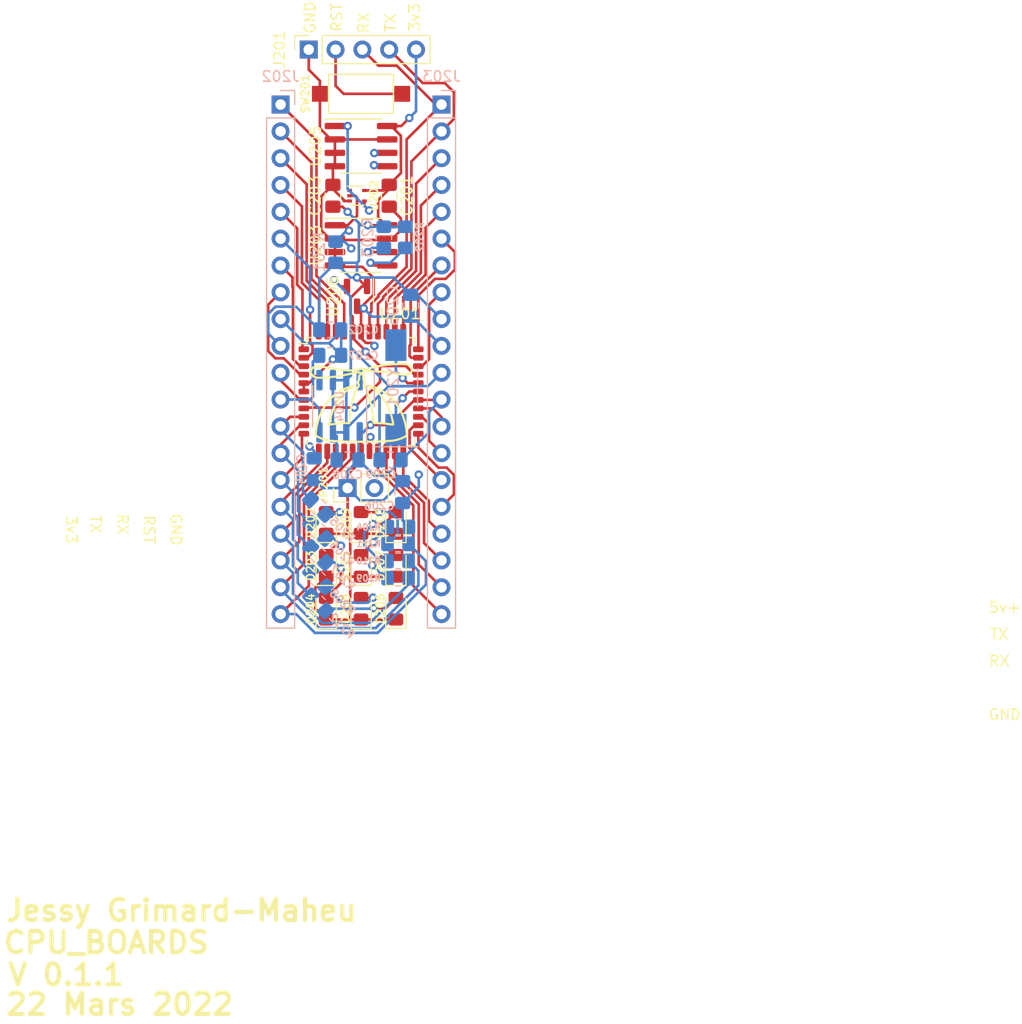
<source format=kicad_pcb>
(kicad_pcb (version 20211014) (generator pcbnew)
  (layers (0 "F.Cu" signal) (1 "In1.Cu" signal) (2 "In2.Cu" signal) (31 "B.Cu" signal) (34 "B.Paste" user) (35 "F.Paste" user) (36 "B.SilkS" user "B.Silkscreen") (37 "F.SilkS" user "F.Silkscreen") (38 "B.Mask" user) (39 "F.Mask" user) (44 "Edge.Cuts" user))
  (net 0 "")
  (net 1 "/Propeller/P4")
  (net 2 "/Propeller/P5")
  (net 3 "/Propeller/P6")
  (net 4 "/Propeller/P7")
  (net 5 "GND")
  (net 6 "/Propeller/Reset")
  (net 7 "/Propeller/3V3")
  (net 8 "/Propeller/P8")
  (net 9 "/Propeller/P9")
  (net 10 "/Propeller/P10")
  (net 11 "/Propeller/P11")
  (net 12 "/Propeller/P12")
  (net 13 "/Propeller/P13")
  (net 14 "/Propeller/P14")
  (net 15 "/Propeller/P15")
  (net 16 "/Propeller/P16")
  (net 17 "/Propeller/P17")
  (net 18 "/Propeller/P18")
  (net 19 "/Propeller/P19")
  (net 20 "/Propeller/P20")
  (net 21 "/Propeller/P21")
  (net 22 "/Propeller/P22")
  (net 23 "/Propeller/P23")
  (net 24 "Net-(D201-Pad2)")
  (net 25 "Net-(D202-Pad2)")
  (net 26 "/Propeller/P24")
  (net 27 "/Propeller/P25")
  (net 28 "/Propeller/P26")
  (net 29 "/Propeller/P27")
  (net 30 "/Propeller/P28_SCL")
  (net 31 "/Propeller/P29_SDA")
  (net 32 "/Propeller/P30_TX")
  (net 33 "/Propeller/P31_RX")
  (net 34 "/Propeller/P0")
  (net 35 "/Propeller/P1")
  (net 36 "/Propeller/P2")
  (net 37 "/Propeller/P3")
  (net 38 "Net-(D203-Pad2)")
  (net 39 "Net-(D204-Pad2)")
  (net 40 "Net-(D205-Pad2)")
  (net 41 "Net-(D206-Pad2)")
  (net 42 "Net-(D207-Pad2)")
  (net 43 "Net-(D208-Pad2)")
  (net 44 "Net-(D209-Pad2)")
  (net 45 "Net-(U201-Pad28)")
  (net 46 "Net-(U201-Pad29)")
  (net 48 "Net-(JP201-Pad2)")
  (net 49 "Net-(U202-Pad4)")
  (net 50 "/Propeller/7-12V")
  (net 51 "/Propeller/5V")
  (footprint "Package_SO:SOIC-8-1EP_3.9x4.9mm_P1.27mm_EP2.41x3.81mm" (layer "F.Cu") (at 63.246 29.718)
    (fp_text reference "U205")
    (fp_text value "24LC512")
  )
  (footprint "LED_SMD:LED_0805_2012Metric_Pad1.15x1.40mm_HandSolder" (layer "F.Cu") (at 59.944 69.469 90)
    (fp_text reference "D203")
    (fp_text value "LED_P9")
  )
  (footprint "Package_QFP:LQFP-44_10x10mm_P0.8mm" (layer "F.Cu") (at 63.246 52.959)
    (fp_text reference "U201")
    (fp_text value "P8X32A-Q44")
  )
  (footprint "LED_SMD:LED_0805_2012Metric_Pad1.15x1.40mm_HandSolder" (layer "F.Cu") (at 59.944 73.533 90)
    (fp_text reference "D204")
    (fp_text value "LED_P10")
  )
  (footprint "Package_TO_SOT_SMD:SOT-23" (layer "F.Cu") (at 62.865 43.942 -90)
    (fp_text reference "U206")
    (fp_text value "TS3480CX33RFG")
  )
  (footprint "Connector_PinSocket_2.54mm:PinSocket_1x05_P2.54mm_Vertical" (layer "F.Cu") (at 58.293 20.574 90)
    (fp_text reference "J201")
    (fp_text value "ProgUSB")
  )
  (footprint "LED_SMD:LED_0805_2012Metric_Pad1.15x1.40mm_HandSolder" (layer "F.Cu") (at 59.944 65.405 90)
    (fp_text reference "D202")
    (fp_text value "LED_P8")
  )
  (footprint "Package_TO_SOT_SMD:SOT-553" (layer "F.Cu") (at 62.865 34.417)
    (fp_text reference "U202")
    (fp_text value "74LVC1GU04")
  )
  (footprint "Capacitor_SMD:C_0805_2012Metric_Pad1.18x1.45mm_HandSolder" (layer "F.Cu") (at 65.913 34.417 -90)
    (fp_text reference "C201")
    (fp_text value "0.1µF")
  )
  (footprint "Package_SO:SOIC-8-1EP_3.9x4.9mm_P1.27mm_EP2.41x3.81mm" (layer "F.Cu") (at 63.246 39.116)
    (fp_text reference "U203")
    (fp_text value "24LC256")
  )
  (footprint "LED_SMD:LED_0805_2012Metric_Pad1.15x1.40mm_HandSolder" (layer "F.Cu") (at 66.548 65.405 90)
    (fp_text reference "D208")
    (fp_text value "LED_P14")
  )
  (footprint "LED_SMD:LED_0805_2012Metric_Pad1.15x1.40mm_HandSolder" (layer "F.Cu") (at 63.246 69.469 90)
    (fp_text reference "D201")
    (fp_text value "LED_POWER")
  )
  (footprint "Capacitor_SMD:C_0805_2012Metric_Pad1.18x1.45mm_HandSolder" (layer "F.Cu") (at 60.579 34.417 90)
    (fp_text reference "C203")
    (fp_text value "0.1µF")
  )
  (footprint "LED_SMD:LED_0805_2012Metric_Pad1.15x1.40mm_HandSolder" (layer "F.Cu") (at 66.548 69.469 90)
    (fp_text reference "D207")
    (fp_text value "LED_P13")
  )
  (footprint "LED_SMD:LED_0805_2012Metric_Pad1.15x1.40mm_HandSolder" (layer "F.Cu") (at 63.246 65.405 90)
    (fp_text reference "D209")
    (fp_text value "LED_P15")
  )
  (footprint "Button_Switch_SMD:SW_SPST_CK_RS282G05A3" (layer "F.Cu") (at 63.246 24.765)
    (fp_text reference "SW201")
    (fp_text value "SW_Reset")
  )
  (footprint "Connector_PinHeader_2.54mm:PinHeader_1x02_P2.54mm_Vertical" (layer "F.Cu") (at 61.971 62.103 90)
    (fp_text reference "JP201")
    (fp_text value "MemSelect")
  )
  (footprint "LED_SMD:LED_0805_2012Metric_Pad1.15x1.40mm_HandSolder" (layer "F.Cu") (at 66.548 73.533 90)
    (fp_text reference "D206")
    (fp_text value "LED_P12")
  )
  (footprint "LED_SMD:LED_0805_2012Metric_Pad1.15x1.40mm_HandSolder" (layer "F.Cu") (at 63.246 73.533 90)
    (fp_text reference "D205")
    (fp_text value "LED_P11")
  )
  (footprint "Crystal:Crystal_SMD_MicroCrystal_CC1V-T1A-2Pin_8.0x3.7mm_HandSoldering" (layer "B.Cu") (at 66.548 52.578 90)
    (fp_text reference "Y201")
    (fp_text value "5MHz")
  )
  (footprint "Resistor_SMD:R_0805_2012Metric_Pad1.20x1.40mm_HandSolder" (layer "B.Cu") (at 65.405 38.354 -90)
    (fp_text reference "R203")
    (fp_text value "10k")
  )
  (footprint "Capacitor_SMD:C_0805_2012Metric_Pad1.18x1.45mm_HandSolder" (layer "B.Cu") (at 60.325 49.53)
    (fp_text reference "C207")
    (fp_text value "0.1µF")
  )
  (footprint "Resistor_SMD:R_0805_2012Metric_Pad1.20x1.40mm_HandSolder" (layer "B.Cu") (at 66.7512 67.3862 180)
    (fp_text reference "R211")
    (fp_text value "470")
  )
  (footprint "Capacitor_SMD:C_0805_2012Metric_Pad1.18x1.45mm_HandSolder" (layer "B.Cu") (at 67.945 44.831 -90)
    (fp_text reference "C205")
    (fp_text value "0.1µF")
  )
  (footprint "Package_SO:SOIC-8-1EP_3.9x4.9mm_P1.27mm_EP2.29x3mm" (layer "B.Cu") (at 61.214 54.356 90)
    (fp_text reference "U204")
    (fp_text value "MC33269D-5V")
  )
  (footprint "Resistor_SMD:R_0805_2012Metric_Pad1.20x1.40mm_HandSolder" (layer "B.Cu") (at 59.182 66.167 -45)
    (fp_text reference "R206")
    (fp_text value "470")
  )
  (footprint "Capacitor_SMD:C_0805_2012Metric_Pad1.18x1.45mm_HandSolder" (layer "B.Cu") (at 67.183 62.484 90)
    (fp_text reference "C206")
    (fp_text value "0.1µF")
  )
  (footprint "Resistor_SMD:R_0805_2012Metric_Pad1.20x1.40mm_HandSolder" (layer "B.Cu") (at 59.182 70.739 -45)
    (fp_text reference "R208")
    (fp_text value "470")
  )
  (footprint "Connector_PinHeader_2.54mm:PinHeader_1x20_P2.54mm_Vertical" (layer "B.Cu") (at 55.626 25.781 180)
    (fp_text reference "J202")
    (fp_text value "Conn_01x20_Male")
  )
  (footprint "Capacitor_SMD:C_0805_2012Metric_Pad1.18x1.45mm_HandSolder" (layer "B.Cu") (at 66.04 59.436)
    (fp_text reference "C209")
    (fp_text value "0.1µF")
  )
  (footprint "Resistor_SMD:R_0805_2012Metric_Pad1.20x1.40mm_HandSolder" (layer "B.Cu") (at 66.786 65.786 180)
    (fp_text reference "R204")
    (fp_text value "470")
  )
  (footprint "Resistor_SMD:R_0805_2012Metric_Pad1.20x1.40mm_HandSolder" (layer "B.Cu") (at 66.7512 69.0118 180)
    (fp_text reference "R210")
    (fp_text value "470")
  )
  (footprint "Resistor_SMD:R_0805_2012Metric_Pad1.20x1.40mm_HandSolder" (layer "B.Cu") (at 66.7512 70.6374 180)
    (fp_text reference "R209")
    (fp_text value "470")
  )
  (footprint "Capacitor_SMD:C_0805_2012Metric_Pad1.18x1.45mm_HandSolder" (layer "B.Cu") (at 60.325 47.117)
    (fp_text reference "C202")
    (fp_text value "0.1µF")
  )
  (footprint "Resistor_SMD:R_0805_2012Metric_Pad1.20x1.40mm_HandSolder" (layer "B.Cu") (at 59.182 63.881 -45)
    (fp_text reference "R205")
    (fp_text value "470")
  )
  (footprint "Resistor_SMD:R_0805_2012Metric_Pad1.20x1.40mm_HandSolder" (layer "B.Cu") (at 59.182 68.453 -45)
    (fp_text reference "R207")
    (fp_text value "470")
  )
  (footprint "Capacitor_SMD:C_0805_2012Metric_Pad1.18x1.45mm_HandSolder" (layer "B.Cu") (at 58.801 60.325 -90)
    (fp_text reference "C204")
    (fp_text value "0.1µF")
  )
  (footprint "Capacitor_SMD:C_0805_2012Metric_Pad1.18x1.45mm_HandSolder" (layer "B.Cu") (at 61.976 59.436)
    (fp_text reference "C208")
    (fp_text value "10µF")
  )
  (footprint "Resistor_SMD:R_0805_2012Metric_Pad1.20x1.40mm_HandSolder" (layer "B.Cu") (at 67.437 38.354 -90)
    (fp_text reference "R202")
    (fp_text value "10k")
  )
  (footprint "Connector_PinHeader_2.54mm:PinHeader_1x20_P2.54mm_Vertical" (layer "B.Cu") (at 70.866 25.781 180)
    (fp_text reference "J203")
    (fp_text value "Conn_01x20_Male")
  )
  (footprint "Resistor_SMD:R_0805_2012Metric_Pad1.20x1.40mm_HandSolder" (layer "B.Cu") (at 60.833 39.767 90)
    (fp_text reference "R201")
    (fp_text value "10k")
  )
  (footprint "Resistor_SMD:R_0805_2012Metric_Pad1.20x1.40mm_HandSolder" (layer "B.Cu") (at 59.182 73.025 -45)
    (fp_text reference "R212")
    (fp_text value "470")
  )
  (gr_arc (start 62.296786 54.500626) (mid 62.374147 54.099532) (end 62.469386 53.702304) (layer "F.SilkS") (width 0.2))
  (gr_arc (start 63.613815 50.824504) (mid 63.520577 50.833584) (end 63.42712 50.840024) (layer "F.SilkS") (width 0.2))
  (gr_line (start 64.1816 52.468074) (end 63.866945 52.414854) (layer "F.SilkS") (width 0.2))
  (gr_arc (start 63.038468 50.874787) (mid 62.867357 50.937992) (end 62.68663 50.962726) (layer "F.SilkS") (width 0.2))
  (gr_arc (start 63.572434 52.176351) (mid 63.554552 52.217769) (end 63.532606 52.257184) (layer "F.SilkS") (width 0.2))
  (gr_arc (start 61.144949 53.684805) (mid 61.406631 53.344078) (end 61.700783 53.030952) (layer "F.SilkS") (width 0.2))
  (gr_arc (start 66.291187 56.070969) (mid 66.27897 56.078854) (end 66.26459 56.081006) (layer "F.SilkS") (width 0.2))
  (gr_arc (start 64.44715 55.918711) (mid 64.417656 55.894645) (end 64.401098 55.860369) (layer "F.SilkS") (width 0.2))
  (gr_arc (start 66.810582 50.357199) (mid 67.076992 50.355779) (end 67.343403 50.356859) (layer "F.SilkS") (width 0.2))
  (gr_arc (start 58.489797 51.103438) (mid 58.502129 50.974109) (end 58.552948 50.854546) (layer "F.SilkS") (width 0.2))
  (gr_arc (start 65.66187 50.429656) (mid 65.848867 50.410412) (end 66.036139 50.394053) (layer "F.SilkS") (width 0.2))
  (gr_arc (start 63.146459 50.828322) (mid 63.19466 50.813113) (end 63.244017 50.802223) (layer "F.SilkS") (width 0.2))
  (gr_arc (start 62.67798 53.042381) (mid 62.775911 52.827247) (end 62.903935 52.628544) (layer "F.SilkS") (width 0.2))
  (gr_arc (start 63.06153 51.804543) (mid 63.052617 51.844085) (end 63.040246 51.882686) (layer "F.SilkS") (width 0.2))
  (gr_arc (start 62.960171 52.174166) (mid 62.951663 52.14019) (end 62.949581 52.105226) (layer "F.SilkS") (width 0.2))
  (gr_arc (start 67.343403 50.356859) (mid 67.460653 50.362771) (end 67.577005 50.378413) (layer "F.SilkS") (width 0.2))
  (gr_arc (start 64.320062 54.941906) (mid 64.370195 55.338958) (end 64.386945 55.738811) (layer "F.SilkS") (width 0.2))
  (gr_arc (start 59.656036 50.635001) (mid 59.961912 50.685602) (end 60.266945 50.741061) (layer "F.SilkS") (width 0.2))
  (gr_arc (start 66.680405 54.267124) (mid 66.901965 54.626013) (end 67.092197 55.002446) (layer "F.SilkS") (width 0.2))
  (gr_arc (start 60.269487 55.859278) (mid 60.291715 55.751118) (end 60.315702 55.643334) (layer "F.SilkS") (width 0.2))
  (gr_arc (start 63.421998 51.4193) (mid 63.396512 51.368474) (end 63.373764 51.316364) (layer "F.SilkS") (width 0.2))
  (gr_arc (start 63.040246 51.882686) (mid 63.025007 51.918202) (end 63.006232 51.951983) (layer "F.SilkS") (width 0.2))
  (gr_arc (start 62.996294 52.248821) (mid 62.976134 52.212509) (end 62.960171 52.174166) (layer "F.SilkS") (width 0.2))
  (gr_arc (start 63.42712 50.840024) (mid 63.394982 50.834991) (end 63.367691 50.81729) (layer "F.SilkS") (width 0.2))
  (gr_arc (start 66.036139 50.394053) (mid 66.23743 50.379574) (end 66.438919 50.368163) (layer "F.SilkS") (width 0.2))
  (gr_arc (start 64.806945 55.950153) (mid 64.676409 55.948442) (end 64.545927 55.944309) (layer "F.SilkS") (width 0.2))
  (gr_arc (start 60.234281 56.043887) (mid 60.251602 55.951529) (end 60.269487 55.859278) (layer "F.SilkS") (width 0.2))
  (gr_arc (start 60.242704 56.070969) (mid 60.235151 56.058467) (end 60.234281 56.043887) (layer "F.SilkS") (width 0.2))
  (gr_arc (start 60.78994 56.02648) (mid 60.689851 56.04032) (end 60.5896 56.052932) (layer "F.SilkS") (width 0.2))
  (gr_arc (start 58.950854 56.9832) (mid 58.961624 56.852071) (end 58.975537 56.721238) (layer "F.SilkS") (width 0.2))
  (gr_arc (start 63.584172 52.105448) (mid 63.58174 52.141468) (end 63.572434 52.176351) (layer "F.SilkS") (width 0.2))
  (gr_arc (start 63.523479 51.94529) (mid 63.547791 51.988028) (end 63.568519 52.032614) (layer "F.SilkS") (width 0.2))
  (gr_arc (start 62.949581 52.105226) (mid 62.953974 52.068952) (end 62.964583 52.033987) (layer "F.SilkS") (width 0.2))
  (gr_arc (start 61.275413 55.973238) (mid 61.399108 55.963843) (end 61.522912 55.956025) (layer "F.SilkS") (width 0.2))
  (gr_arc (start 62.964583 52.033987) (mid 62.983596 51.992065) (end 63.006232 51.951983) (layer "F.SilkS") (width 0.2))
  (gr_arc (start 63.568519 52.032614) (mid 63.579676 52.068315) (end 63.584172 52.105448) (layer "F.SilkS") (width 0.2))
  (gr_arc (start 61.994915 50.955427) (mid 61.577226 50.927111) (end 61.160956 50.882549) (layer "F.SilkS") (width 0.2))
  (gr_arc (start 67.386198 55.824663) (mid 67.488366 56.269861) (end 67.558353 56.721238) (layer "F.SilkS") (width 0.2))
  (gr_arc (start 64.226945 52.598623) (mid 64.547526 52.793451) (end 64.835823 53.033481) (layer "F.SilkS") (width 0.2))
  (gr_arc (start 63.004688 51.131556) (mid 63.056582 51.133665) (end 63.107184 51.145367) (layer "F.SilkS") (width 0.2))
  (gr_arc (start 67.566367 57.096278) (mid 67.541627 57.140045) (end 67.504934 57.174414) (layer "F.SilkS") (width 0.2))
  (gr_arc (start 67.727562 50.434084) (mid 67.802572 50.484979) (end 67.870582 50.544908) (layer "F.SilkS") (width 0.2))
  (gr_arc (start 64.806945 55.950153) (mid 64.905848 55.951814) (end 65.004674 55.956038) (layer "F.SilkS") (width 0.2))
  (gr_arc (start 61.71182 52.693086) (mid 61.83727 52.640147) (end 61.963995 52.590335) (layer "F.SilkS") (width 0.2))
  (gr_arc (start 60.688046 54.495555) (mid 60.897812 54.07965) (end 61.144949 53.684805) (layer "F.SilkS") (width 0.2))
  (gr_arc (start 63.266945 57.722029) (mid 61.888002 57.7001) (end 60.510454 57.634335) (layer "F.SilkS") (width 0.2))
  (gr_arc (start 58.799808 51.555428) (mid 58.67885 51.471392) (end 58.580411 51.361835) (layer "F.SilkS") (width 0.2))
  (gr_arc (start 62.469386 53.702304) (mid 62.565689 53.369816) (end 62.67798 53.042381) (layer "F.SilkS") (width 0.2))
  (gr_arc (start 60.117667 51.621513) (mid 59.677285 51.65127) (end 59.236061 51.663226) (layer "F.SilkS") (width 0.2))
  (gr_arc (start 68.036908 51.061843) (mid 67.96385 51.176478) (end 67.856231 51.259527) (layer "F.SilkS") (width 0.2))
  (gr_arc (start 64.545927 55.944309) (mid 64.495172 55.936781) (end 64.44715 55.918711) (layer "F.SilkS") (width 0.2))
  (gr_arc (start 63.051801 51.548334) (mid 63.060632 51.515029) (end 63.07304 51.482885) (layer "F.SilkS") (width 0.2))
  (gr_arc (start 63.466792 51.805207) (mid 63.462152 51.773567) (end 63.460876 51.741615) (layer "F.SilkS") (width 0.2))
  (gr_arc (start 62.452322 51.234438) (mid 61.834552 51.365786) (end 61.213439 51.480284) (layer "F.SilkS") (width 0.2))
  (gr_arc (start 64.787577 50.590438) (mid 64.955238 50.555797) (end 65.123015 50.521727) (layer "F.SilkS") (width 0.2))
  (gr_arc (start 64.401098 55.860369) (mid 64.390495 55.800001) (end 64.386945 55.738811) (layer "F.SilkS") (width 0.2))
  (gr_arc (start 65.255441 55.973238) (mid 65.385481 55.984662) (end 65.515366 55.997735) (layer "F.SilkS") (width 0.2))
  (gr_arc (start 63.322088 50.797202) (mid 63.346771 50.802974) (end 63.367691 50.81729) (layer "F.SilkS") (width 0.2))
  (gr_arc (start 63.04569 51.614462) (mid 63.046885 51.581226) (end 63.051801 51.548334) (layer "F.SilkS") (width 0.2))
  (gr_arc (start 63.460876 51.741615) (mid 63.464285 51.718768) (end 63.473671 51.697662) (layer "F.SilkS") (width 0.2))
  (gr_arc (start 67.340449 51.371115) (mid 67.187732 51.36098) (end 67.035305 51.347148) (layer "F.SilkS") (width 0.2))
  (gr_arc (start 63.41714 51.126928) (mid 63.523774 51.056025) (end 63.649392 51.031161) (layer "F.SilkS") (width 0.2))
  (gr_arc (start 62.193503 52.509901) (mid 62.272155 52.487897) (end 62.352291 52.472132) (layer "F.SilkS") (width 0.2))
  (gr_arc (start 66.438919 50.368163) (mid 66.624697 50.360872) (end 66.810582 50.357199) (layer "F.SilkS") (width 0.2))
  (gr_arc (start 66.157629 53.629109) (mid 66.433508 53.936243) (end 66.680405 54.267124) (layer "F.SilkS") (width 0.2))
  (gr_arc (start 58.967524 57.096278) (mid 58.95305 57.040644) (end 58.950854 56.9832) (layer "F.SilkS") (width 0.2))
  (gr_arc (start 63.07304 51.482885) (mid 63.088157 51.454569) (end 63.106945 51.428544) (layer "F.SilkS") (width 0.2))
  (gr_arc (start 60.2693 56.081006) (mid 60.25492 56.078854) (end 60.242704 56.070969) (layer "F.SilkS") (width 0.2))
  (gr_arc (start 61.017789 55.997737) (mid 61.146524 55.984674) (end 61.275413 55.973238) (layer "F.SilkS") (width 0.2))
  (gr_arc (start 65.386945 50.470505) (mid 65.524027 50.447521) (end 65.66187 50.429656) (layer "F.SilkS") (width 0.2))
  (gr_arc (start 60.78994 56.02648) (mid 60.903735 56.011081) (end 61.017789 55.997737) (layer "F.SilkS") (width 0.2))
  (gr_arc (start 62.991358 52.500698) (mid 62.94909 52.565608) (end 62.903935 52.628544) (layer "F.SilkS") (width 0.2))
  (gr_arc (start 67.870582 50.544908) (mid 67.969762 50.667647) (end 68.040961 50.808474) (layer "F.SilkS") (width 0.2))
  (gr_arc (start 58.975537 56.721238) (mid 59.084856 56.08982) (end 59.260964 55.473683) (layer "F.SilkS") (width 0.2))
  (gr_arc (start 67.577005 50.378413) (mid 67.65478 50.399496) (end 67.727562 50.434084) (layer "F.SilkS") (width 0.2))
  (gr_arc (start 60.376331 55.392769) (mid 60.512731 54.937402) (end 60.688046 54.495555) (layer "F.SilkS") (width 0.2))
  (gr_arc (start 63.141152 51.374992) (mid 63.125715 51.402833) (end 63.106945 51.428544) (layer "F.SilkS") (width 0.2))
  (gr_arc (start 62.452322 51.234438) (mid 62.636307 51.193746) (end 62.820723 51.155055) (layer "F.SilkS") (width 0.2))
  (gr_arc (start 61.160956 50.882549) (mid 60.71286 50.818698) (end 60.266945 50.741061) (layer "F.SilkS") (width 0.2))
  (gr_arc (start 59.799413 54.358311) (mid 60.147944 53.879978) (end 60.553017 53.448477) (layer "F.SilkS") (width 0.2))
  (gr_arc (start 67.558353 56.721238) (mid 67.572267 56.852071) (end 67.583037 56.9832) (layer "F.SilkS") (width 0.2))
  (gr_arc (start 65.391324 53.688312) (mid 65.637622 54.082359) (end 65.846683 54.497364) (layer "F.SilkS") (width 0.2))
  (gr_arc (start 63.596281 52.562325) (mid 63.739611 52.744962) (end 63.835415 52.956436) (layer "F.SilkS") (width 0.2))
  (gr_arc (start 66.157559 55.392769) (mid 66.188518 55.517896) (end 66.218189 55.643334) (layer "F.SilkS") (width 0.2))
  (gr_arc (start 63.457881 51.499759) (mid 63.47061 51.53997) (end 63.480002 51.581089) (layer "F.SilkS") (width 0.2))
  (gr_arc (start 63.488329 51.876588) (mid 63.475872 51.841407) (end 63.466792 51.805207) (layer "F.SilkS") (width 0.2))
  (gr_arc (start 60.415924 56.070371) (mid 60.342635 56.076008) (end 60.2693 56.081006) (layer "F.SilkS") (width 0.2))
  (gr_arc (start 67.504934 57.174414) (mid 67.429673 57.222653) (end 67.351576 57.26615) (layer "F.SilkS") (width 0.2))
  (gr_arc (start 64.835823 53.033481) (mid 65.129775 53.347152) (end 65.391324 53.688312) (layer "F.SilkS") (width 0.2))
  (gr_arc (start 66.218189 55.643334) (mid 66.242176 55.751118) (end 66.264404 55.859278) (layer "F.SilkS") (width 0.2))
  (gr_arc (start 63.519545 52.474984) (mid 63.500171 52.44293) (end 63.488447 52.407358) (layer "F.SilkS") (width 0.2))
  (gr_arc (start 60.553017 53.448477) (mid 60.989377 53.093705) (end 61.472291 52.80549) (layer "F.SilkS") (width 0.2))
  (gr_arc (start 63.170756 51.249168) (mid 63.168779 51.280732) (end 63.163288 51.311878) (layer "F.SilkS") (width 0.2))
  (gr_arc (start 59.26625 50.596934) (mid 59.461701 50.610252) (end 59.656036 50.635001) (layer "F.SilkS") (width 0.2))
  (gr_arc (start 61.700783 53.030952) (mid 61.987563 52.793762) (end 62.306945 52.602719) (layer "F.SilkS") (width 0.2))
  (gr_arc (start 63.649392 51.031161) (mid 64.080144 51.035324) (end 64.510742 51.047574) (layer "F.SilkS") (width 0.2))
  (gr_arc (start 62.996294 52.248821) (mid 63.016692 52.288098) (end 63.030236 52.330233) (layer "F.SilkS") (width 0.2))
  (gr_arc (start 65.174926 52.869803) (mid 65.442856 53.038647) (end 65.699776 53.223816) (layer "F.SilkS") (width 0.2))
  (gr_arc (start 60.510454 57.634335) (mid 59.827279 57.51916) (end 59.182315 57.26615) (layer "F.SilkS") (width 0.2))
  (gr_arc (start 63.161272 51.197033) (mid 63.168452 51.222657) (end 63.170756 51.249168) (layer "F.SilkS") (width 0.2))
  (gr_arc (start 64.439493 50.664203) (mid 64.613473 50.627026) (end 64.787577 50.590438) (layer "F.SilkS") (width 0.2))
  (gr_arc (start 63.056698 51.670688) (mid 63.064932 51.69966) (end 63.067878 51.729634) (layer "F.SilkS") (width 0.2))
  (gr_arc (start 61.522912 55.956025) (mid 61.619722 55.951811) (end 61.716609 55.950153) (layer "F.SilkS") (width 0.2))
  (gr_arc (start 63.835415 52.956436) (mid 63.978371 53.435475) (end 64.106554 53.918676) (layer "F.SilkS") (width 0.2))
  (gr_arc (start 65.123015 50.521727) (mid 65.254891 50.495658) (end 65.386945 50.470505) (layer "F.SilkS") (width 0.2))
  (gr_arc (start 63.373428 51.185663) (mid 63.393099 51.154669) (end 63.41714 51.126928) (layer "F.SilkS") (width 0.2))
  (gr_arc (start 67.529896 51.363612) (mid 67.435348 51.371807) (end 67.340449 51.371115) (layer "F.SilkS") (width 0.2))
  (gr_arc (start 63.850506 50.789606) (mid 63.732467 50.809136) (end 63.613815 50.824504) (layer "F.SilkS") (width 0.2))
  (gr_line (start 62.126272 55.948544) (end 61.716609 55.950153) (layer "F.SilkS") (width 0.2))
  (gr_arc (start 59.236061 51.663226) (mid 59.011185 51.636642) (end 58.799808 51.555428) (layer "F.SilkS") (width 0.2))
  (gr_arc (start 66.023436 57.634335) (mid 64.645888 57.7001) (end 63.266945 57.722029) (layer "F.SilkS") (width 0.2))
  (gr_arc (start 62.820723 51.155055) (mid 62.912269 51.139885) (end 63.004688 51.131556) (layer "F.SilkS") (width 0.2))
  (gr_arc (start 67.351576 57.26615) (mid 66.706611 57.51916) (end 66.023436 57.634335) (layer "F.SilkS") (width 0.2))
  (gr_arc (start 61.213439 51.480284) (mid 60.666984 51.562) (end 60.117667 51.621513) (layer "F.SilkS") (width 0.2))
  (gr_arc (start 67.583037 56.9832) (mid 67.580841 57.040644) (end 67.566367 57.096278) (layer "F.SilkS") (width 0.2))
  (gr_arc (start 60.5896 56.052932) (mid 60.502845 56.062474) (end 60.415924 56.070371) (layer "F.SilkS") (width 0.2))
  (gr_arc (start 64.132926 50.73183) (mid 63.992008 50.762147) (end 63.850506 50.789606) (layer "F.SilkS") (width 0.2))
  (gr_arc (start 66.264404 55.859278) (mid 66.282288 55.951529) (end 66.29961 56.043887) (layer "F.SilkS") (width 0.2))
  (gr_arc (start 65.94429 56.052932) (mid 65.844039 56.04032) (end 65.743951 56.02648) (layer "F.SilkS") (width 0.2))
  (gr_arc (start 63.488447 52.407358) (mid 63.486058 52.373504) (end 63.492806 52.340243) (layer "F.SilkS") (width 0.2))
  (gr_arc (start 64.64669 52.604006) (mid 64.915131 52.728313) (end 65.174926 52.869803) (layer "F.SilkS") (width 0.2))
  (gr_arc (start 58.748791 50.682259) (mid 58.864319 50.639073) (end 58.984733 50.612382) (layer "F.SilkS") (width 0.2))
  (gr_arc (start 63.163288 51.311878) (mid 63.153907 51.344027) (end 63.141152 51.374992) (layer "F.SilkS") (width 0.2))
  (gr_arc (start 64.132926 50.73183) (mid 64.286126 50.69764) (end 64.439493 50.664203) (layer "F.SilkS") (width 0.2))
  (gr_arc (start 65.004674 55.956038) (mid 65.130113 55.963835) (end 65.255441 55.973238) (layer "F.SilkS") (width 0.2))
  (gr_arc (start 63.373764 51.316364) (mid 63.363152 51.281174) (end 63.359164 51.244635) (layer "F.SilkS") (width 0.2))
  (gr_arc (start 67.092197 55.002446) (mid 67.25605 55.407529) (end 67.386198 55.824663) (layer "F.SilkS") (width 0.2))
  (gr_arc (start 66.26459 56.081006) (mid 66.191255 56.076008) (end 66.117967 56.070371) (layer "F.SilkS") (width 0.2))
  (gr_arc (start 66.673362 51.301295) (mid 66.47928 51.270216) (end 66.285813 51.235509) (layer "F.SilkS") (width 0.2))
  (gr_arc (start 63.067878 51.729634) (mid 63.066447 51.767236) (end 63.06153 51.804543) (layer "F.SilkS") (width 0.2))
  (gr_arc (start 58.984733 50.612382) (mid 59.12513 50.598071) (end 59.26625 50.596934) (layer "F.SilkS") (width 0.2))
  (gr_arc (start 59.260964 55.473683) (mid 59.497284 54.900112) (end 59.799413 54.358311) (layer "F.SilkS") (width 0.2))
  (gr_line (start 62.306945 52.602719) (end 62.666945 52.422971) (layer "F.SilkS") (width 0.2))
  (gr_arc (start 64.1816 52.468074) (mid 64.418119 52.522444) (end 64.64669 52.604006) (layer "F.SilkS") (width 0.2))
  (gr_arc (start 66.117967 56.070371) (mid 66.031046 56.062474) (end 65.94429 56.052932) (layer "F.SilkS") (width 0.2))
  (gr_arc (start 64.106554 53.918676) (mid 64.223093 54.428249) (end 64.320062 54.941906) (layer "F.SilkS") (width 0.2))
  (gr_arc (start 67.035305 51.347148) (mid 66.854065 51.326339) (end 66.673362 51.301295) (layer "F.SilkS") (width 0.2))
  (gr_arc (start 59.182315 57.26615) (mid 59.104217 57.222653) (end 59.028956 57.174414) (layer "F.SilkS") (width 0.2))
  (gr_arc (start 58.580411 51.361835) (mid 58.516969 51.238996) (end 58.489797 51.103438) (layer "F.SilkS") (width 0.2))
  (gr_arc (start 66.29961 56.043887) (mid 66.29874 56.058467) (end 66.291187 56.070969) (layer "F.SilkS") (width 0.2))
  (gr_arc (start 62.68663 50.962726) (mid 62.340704 50.96559) (end 61.994915 50.955427) (layer "F.SilkS") (width 0.2))
  (gr_arc (start 62.18176 55.368544) (mid 62.231378 54.933539) (end 62.296786 54.500626) (layer "F.SilkS") (width 0.2))
  (gr_arc (start 64.510742 51.047574) (mid 64.977412 51.072749) (end 65.443033 51.112898) (layer "F.SilkS") (width 0.2))
  (gr_arc (start 63.030236 52.330233) (mid 63.034612 52.36962) (end 63.029782 52.408954) (layer "F.SilkS") (width 0.2))
  (gr_arc (start 63.596281 52.562325) (mid 63.556503 52.519893) (end 63.519545 52.474984) (layer "F.SilkS") (width 0.2))
  (gr_arc (start 67.856231 51.259527) (mid 67.69764 51.325918) (end 67.529896 51.363612) (layer "F.SilkS") (width 0.2))
  (gr_arc (start 63.107184 51.145367) (mid 63.140031 51.165125) (end 63.161272 51.197033) (layer "F.SilkS") (width 0.2))
  (gr_arc (start 63.244017 50.802223) (mid 63.282916 50.797589) (end 63.322088 50.797202) (layer "F.SilkS") (width 0.2))
  (gr_arc (start 63.029782 52.408954) (mid 63.014202 52.456347) (end 62.991358 52.500698) (layer "F.SilkS") (width 0.2))
  (gr_arc (start 63.486611 51.651887) (mid 63.483344 51.67568) (end 63.473671 51.697662) (layer "F.SilkS") (width 0.2))
  (gr_arc (start 63.523479 51.94529) (mid 63.504437 51.91169) (end 63.488329 51.876588) (layer "F.SilkS") (width 0.2))
  (gr_arc (start 68.040961 50.808474) (mid 68.063189 50.935546) (end 68.036908 51.061843) (layer "F.SilkS") (width 0.2))
  (gr_arc (start 63.492806 52.340243) (mid 63.510391 52.297604) (end 63.532606 52.257184) (layer "F.SilkS") (width 0.2))
  (gr_arc (start 65.515366 55.997735) (mid 65.629791 56.011054) (end 65.743951 56.02648) (layer "F.SilkS") (width 0.2))
  (gr_arc (start 65.699776 53.223816) (mid 65.935695 53.418563) (end 66.157629 53.629109) (layer "F.SilkS") (width 0.2))
  (gr_line (start 63.866945 52.414854) (end 64.226945 52.598623) (layer "F.SilkS") (width 0.2))
  (gr_arc (start 58.552948 50.854546) (mid 58.638116 50.753905) (end 58.748791 50.682259) (layer "F.SilkS") (width 0.2))
  (gr_arc (start 61.472291 52.80549) (mid 61.591296 52.747669) (end 61.71182 52.693086) (layer "F.SilkS") (width 0.2))
  (gr_arc (start 63.480002 51.581089) (mid 63.484909 51.616338) (end 63.486611 51.651887) (layer "F.SilkS") (width 0.2))
  (gr_arc (start 63.359164 51.244635) (mid 63.362532 51.214239) (end 63.373428 51.185663) (layer "F.SilkS") (width 0.2))
  (gr_arc (start 59.028956 57.174414) (mid 58.992264 57.140045) (end 58.967524 57.096278) (layer "F.SilkS") (width 0.2))
  (gr_line (start 62.18176 55.368544) (end 62.126272 55.948544) (layer "F.SilkS") (width 0.2))
  (gr_arc (start 63.421998 51.4193) (mid 63.441386 51.458884) (end 63.457881 51.499759) (layer "F.SilkS") (width 0.2))
  (gr_arc (start 65.846683 54.497364) (mid 66.021493 54.938341) (end 66.157559 55.392769) (layer "F.SilkS") (width 0.2))
  (gr_arc (start 63.056698 51.670688) (mid 63.048755 51.643052) (end 63.04569 51.614462) (layer "F.SilkS") (width 0.2))
  (gr_line (start 62.666945 52.422971) (end 62.352291 52.472132) (layer "F.SilkS") (width 0.2))
  (gr_arc (start 65.443033 51.112898) (mid 65.865723 51.165269) (end 66.285813 51.235509) (layer "F.SilkS") (width 0.2))
  (gr_arc (start 60.315702 55.643334) (mid 60.345373 55.517896) (end 60.376331 55.392769) (layer "F.SilkS") (width 0.2))
  (gr_arc (start 63.038468 50.874787) (mid 63.091808 50.850031) (end 63.146459 50.828322) (layer "F.SilkS") (width 0.2))
  (gr_arc (start 61.963995 52.590335) (mid 62.078246 52.548682) (end 62.193503 52.509901) (layer "F.SilkS") (width 0.2))
  (gr_text "V 0.1.1\n" (at 35.306 108.204) (layer "F.SilkS") (effects (font (size 2 2) (thickness 0.4))))
  (gr_text "RX\n" (at 123.698 78.486) (layer "F.SilkS") (effects (font (size 1 1))))
  (gr_text "TX" (at 123.698 75.946) (layer "F.SilkS") (effects (font (size 1 1))))
  (gr_text "RX\n" (at 63.5 18.034 90) (layer "F.SilkS") (effects (font (size 1 1))))
  (gr_text "RST" (at 60.96 17.526 90) (layer "F.SilkS") (effects (font (size 1 1))))
  (gr_text "GND\n" (at 58.42 17.526 90) (layer "F.SilkS") (effects (font (size 1 1))))
  (gr_text "TX" (at 66.04 18.034 90) (layer "F.SilkS") (effects (font (size 1 1))))
  (gr_text "GND\n" (at 45.72 66.04 270) (layer "F.SilkS") (effects (font (size 1 1))))
  (gr_text "GND\n" (at 124.206 83.566) (layer "F.SilkS") (effects (font (size 1 1))))
  (gr_text "RST" (at 43.18 66.04 270) (layer "F.SilkS") (effects (font (size 1 1))))
  (gr_text "22 Mars 2022" (at 40.386 110.998) (layer "F.SilkS") (effects (font (size 2 2) (thickness 0.4))))
  (gr_text "TX" (at 38.1 65.532 270) (layer "F.SilkS") (effects (font (size 1 1))))
  (gr_text "5v+\n" (at 124.206 73.406) (layer "F.SilkS") (effects (font (size 1 1))))
  (gr_text "CPU_BOARDS\n" (at 39.116 105.156) (layer "F.SilkS") (effects (font (size 2 2) (thickness 0.4))))
  (gr_text "Jessy Grimard-Maheu\n" (at 46.228 102.108) (layer "F.SilkS") (effects (font (size 2 2) (thickness 0.4))))
  (gr_text "3v3\n" (at 68.326 17.526 90) (layer "F.SilkS") (effects (font (size 1 1))))
  (gr_text "RX\n" (at 40.64 65.532 270) (layer "F.SilkS") (effects (font (size 1 1))))
  (gr_text "3v3\n" (at 35.814 66.04 270) (layer "F.SilkS") (effects (font (size 1 1))))
  (segment (start 57.198467 42.849579) (end 57.198467 37.513467) (width 0.25) (layer "F.Cu") (net 1))
  (segment (start 57.695499 48.830099) (end 57.695499 43.346611) (width 0.25) (layer "F.Cu") (net 1))
  (segment (start 57.8244 48.959) (end 57.695499 48.830099) (width 0.25) (layer "F.Cu") (net 1))
  (segment (start 57.695499 43.346611) (end 57.198467 42.849579) (width 0.25) (layer "F.Cu") (net 1))
  (segment (start 57.198467 37.513467) (end 55.626 35.941) (width 0.25) (layer "F.Cu") (net 1))
  (segment (start 58.64892 48.630126) (end 58.42 48.401206) (width 0.25) (layer "F.Cu") (net 2))
  (segment (start 58.177794 49.759) (end 58.64892 49.287874) (width 0.25) (layer "F.Cu") (net 2))
  (segment (start 57.8244 49.759) (end 58.177794 49.759) (width 0.25) (layer "F.Cu") (net 2))
  (segment (start 58.64892 49.287874) (end 58.64892 48.630126) (width 0.25) (layer "F.Cu") (net 2))
  (segment (start 58.42 48.401206) (end 58.42 45.212) (width 0.25) (layer "F.Cu") (net 2))
  (via (at 58.42 45.212) (size 0.8) (drill 0.4) (layers "F.Cu" "B.Cu") (net 2))
  (segment (start 58.42 41.275) (end 55.626 38.481) (width 0.25) (layer "B.Cu") (net 2))
  (segment (start 58.42 45.212) (end 58.42 41.275) (width 0.25) (layer "B.Cu") (net 2))
  (segment (start 57.471006 50.559) (end 56.800511 49.888505) (width 0.25) (layer "F.Cu") (net 3))
  (segment (start 57.8244 50.559) (end 57.471006 50.559) (width 0.25) (layer "F.Cu") (net 3))
  (segment (start 56.800511 49.888505) (end 56.800511 43.087326) (width 0.25) (layer "F.Cu") (net 3))
  (segment (start 56.800511 43.087326) (end 56.748957 43.035772) (width 0.25) (layer "F.Cu") (net 3))
  (segment (start 56.748957 42.143957) (end 55.626 41.021) (width 0.25) (layer "F.Cu") (net 3))
  (segment (start 56.748957 43.035772) (end 56.748957 42.143957) (width 0.25) (layer "F.Cu") (net 3))
  (segment (start 57.8244 51.359) (end 57.471006 51.359) (width 0.25) (layer "F.Cu") (net 4))
  (segment (start 55.927517 49.815511) (end 55.139501 49.815511) (width 0.25) (layer "F.Cu") (net 4))
  (segment (start 54.451489 49.127499) (end 54.451489 44.735511) (width 0.25) (layer "F.Cu") (net 4))
  (segment (start 57.471006 51.359) (end 55.927517 49.815511) (width 0.25) (layer "F.Cu") (net 4))
  (segment (start 55.139501 49.815511) (end 54.451489 49.127499) (width 0.25) (layer "F.Cu") (net 4))
  (segment (start 54.451489 44.735511) (end 55.626 43.561) (width 0.25) (layer "F.Cu") (net 4))
  (segment (start 64.135 56.134) (end 63.246 57.023) (width 0.25) (layer "F.Cu") (net 5))
  (segment (start 61.615489 34.891511) (end 61.615489 34.818489) (width 0.25) (layer "F.Cu") (net 5))
  (segment (start 61.615489 34.818489) (end 60.579 33.782) (width 0.25) (layer "F.Cu") (net 5))
  (segment (start 60.579 31.815) (end 60.771 31.623) (width 0.25) (layer "F.Cu") (net 5))
  (segment (start 60.579 33.782) (end 60.579 33.3795) (width 0.25) (layer "F.Cu") (net 5))
  (segment (start 59.346 24.765) (end 59.346 28.034072) (width 0.25) (layer "F.Cu") (net 5))
  (segment (start 59.944 70.494) (end 58.91948 71.51852) (width 0.25) (layer "F.Cu") (net 5))
  (segment (start 63.246 47.2965) (end 63.246 47.887394) (width 0.25) (layer "F.Cu") (net 5))
  (segment (start 57.8244 52.959) (end 57.8244 52.159) (width 0.25) (layer "F.Cu") (net 5))
  (segment (start 60.771 41.148) (end 60.771 39.878) (width 0.25) (layer "F.Cu") (net 5))
  (segment (start 62.165 34.917) (end 61.640978 34.917) (width 0.25) (layer "F.Cu") (net 5))
  (segment (start 60.771 30.353) (end 60.771 29.083) (width 0.25) (layer "F.Cu") (net 5))
  (segment (start 64.43952 43.788552) (end 63.348572 44.8795) (width 0.25) (layer "F.Cu") (net 5))
  (segment (start 62.221 74.558) (end 63.246 74.558) (width 0.25) (layer "F.Cu") (net 5))
  (segment (start 59.47148 37.684552) (end 59.47148 34.48702) (width 0.25) (layer "F.Cu") (net 5))
  (segment (start 60.771 38.608) (end 65.721 38.608) (width 0.25) (layer "F.Cu") (net 5))
  (segment (start 60.394928 29.083) (end 60.771 29.083) (width 0.25) (layer "F.Cu") (net 5))
  (segment (start 62.221 70.494) (end 62.221 74.558) (width 0.25) (layer "F.Cu") (net 5))
  (segment (start 63.246 59.563) (end 63.246 58.6215) (width 0.25) (layer "F.Cu") (net 5))
  (segment (start 63.367072 41.148) (end 64.43952 42.220448) (width 0.25) (layer "F.Cu") (net 5))
  (segment (start 61.985 66.43) (end 62.239 66.43) (width 0.25) (layer "F.Cu") (net 5))
  (segment (start 67.02052 37.684552) (end 67.02052 36.56202) (width 0.25) (layer "F.Cu") (net 5))
  (segment (start 60.771 39.878) (end 60.771 38.608) (width 0.25) (layer "F.Cu") (net 5))
  (segment (start 63.348572 44.8795) (end 62.865 44.8795) (width 0.25) (layer "F.Cu") (net 5))
  (segment (start 63.5 45.085) (end 63.0705 45.085) (width 0.25) (layer "F.Cu") (net 5))
  (segment (start 64.135 56.134) (end 65.939206 56.134) (width 0.25) (layer "F.Cu") (net 5))
  (segment (start 63.246 57.023) (end 63.246 58.6215) (width 0.25) (layer "F.Cu") (net 5))
  (segment (start 60.579 49.911) (end 58.331 52.159) (width 0.25) (layer "F.Cu") (net 5))
  (segment (start 62.865 44.8795) (end 63.246 45.2605) (width 0.25) (layer "F.Cu") (net 5))
  (segment (start 62.22148 70.49352) (end 62.221 70.494) (width 0.25) (layer "F.Cu") (net 5))
  (segment (start 58.293 22.479) (end 58.293 20.574) (width 0.25) (layer "F.Cu") (net 5))
  (segment (start 61.640978 34.917) (end 61.615489 34.891511) (width 0.25) (layer "F.Cu") (net 5))
  (segment (start 64.43952 42.220448) (end 64.43952 43.788552) (width 0.25) (layer "F.Cu") (net 5))
  (segment (start 63.717126 48.35852) (end 64.23352 48.35852) (width 0.25) (layer "F.Cu") (net 5))
  (segment (start 59.346 24.765) (end 59.346 23.532) (width 0.25) (layer "F.Cu") (net 5))
  (segment (start 59.944 66.43) (end 61.985 66.43) (width 0.25) (layer "F.Cu") (net 5))
  (segment (start 60.771 29.083) (end 65.721 29.083) (width 0.25) (layer "F.Cu") (net 5))
  (segment (start 68.6676 53.759) (end 70.828 53.759) (width 0.25) (layer "F.Cu") (net 5))
  (segment (start 60.771 31.623) (end 60.771 30.353) (width 0.25) (layer "F.Cu") (net 5))
  (segment (start 68.314206 53.759) (end 68.6676 53.759) (width 0.25) (layer "F.Cu") (net 5))
  (segment (start 61.971 60.838) (end 63.246 59.563) (width 0.25) (layer "F.Cu") (net 5))
  (segment (start 67.02052 36.56202) (end 65.913 35.4545) (width 0.25) (layer "F.Cu") (net 5))
  (segment (start 58.91948 71.51852) (end 58.91948 73.53348) (width 0.25) (layer "F.Cu") (net 5))
  (segment (start 65.939206 56.134) (end 68.314206 53.759) (width 0.25) (layer "F.Cu") (net 5))
  (segment (start 62.239 66.43) (end 63.246 66.43) (width 0.25) (layer "F.Cu") (net 5))
  (segment (start 63.0705 45.085) (end 62.865 44.8795) (width 0.25) (layer "F.Cu") (net 5))
  (segment (start 63.246 47.887394) (end 63.717126 48.35852) (width 0.25) (layer "F.Cu") (net 5))
  (segment (start 61.971 62.103) (end 61.971 60.838) (width 0.25) (layer "F.Cu") (net 5))
  (segment (start 63.246 74.558) (end 66.548 74.558) (width 0.25) (layer "F.Cu") (net 5))
  (segment (start 58.91948 73.53348) (end 59.944 74.558) (width 0.25) (layer "F.Cu") (net 5))
  (segment (start 65.721 38.608) (end 66.097072 38.608) (width 0.25) (layer "F.Cu") (net 5))
  (segment (start 60.771 41.148) (end 63.367072 41.148) (width 0.25) (layer "F.Cu") (net 5))
  (segment (start 59.346 23.532) (end 58.293 22.479) (width 0.25) (layer "F.Cu") (net 5))
  (segment (start 70.828 53.759) (end 70.866 53.721) (width 0.25) (layer "F.Cu") (net 5))
  (segment (start 64.23352 48.35852) (end 64.516 48.641) (width 0.25) (layer "F.Cu") (net 5))
  (segment (start 62.221 70.494) (end 63.246 70.494) (width 0.25) (layer "F.Cu") (net 5))
  (segment (start 63.246 70.494) (end 66.548 70.494) (width 0.25) (layer "F.Cu") (net 5))
  (segment (start 63.246 66.43) (end 66.548 66.43) (width 0.25) (layer "F.Cu") (net 5))
  (segment (start 59.944 74.558) (end 62.221 74.558) (width 0.25) (layer "F.Cu") (net 5))
  (segment (start 62.239 66.43) (end 62.22148 66.44752) (width 0.25) (layer "F.Cu") (net 5))
  (segment (start 58.331 52.159) (end 57.8244 52.159) (width 0.25) (layer "F.Cu") (net 5))
  (segment (start 59.346 28.034072) (end 60.394928 29.083) (width 0.25) (layer "F.Cu") (net 5))
  (segment (start 60.771 38.608) (end 60.394928 38.608) (width 0.25) (layer "F.Cu") (net 5))
  (segment (start 60.579 33.3795) (end 60.579 31.815) (width 0.25) (layer "F.Cu") (net 5))
  (segment (start 59.47148 34.48702) (end 60.579 33.3795) (width 0.25) (layer "F.Cu") (net 5))
  (segment (start 61.971 62.103) (end 61.971 66.416) (width 0.25) (layer "F.Cu") (net 5))
  (segment (start 62.22148 66.44752) (end 62.22148 70.49352) (width 0.25) (layer "F.Cu") (net 5))
  (segment (start 60.394928 38.608) (end 59.47148 37.684552) (width 0.25) (layer "F.Cu") (net 5))
  (segment (start 63.246 45.2605) (end 63.246 47.2965) (width 0.25) (layer "F.Cu") (net 5))
  (segment (start 66.097072 38.608) (end 67.02052 37.684552) (width 0.25) (layer "F.Cu") (net 5))
  (segment (start 61.971 66.416) (end 61.985 66.43) (width 0.25) (layer "F.Cu") (net 5))
  (via (at 60.579 49.911) (size 0.8) (drill 0.4) (layers "F.Cu" "B.Cu") (net 5))
  (via (at 63.5 45.085) (size 0.8) (drill 0.4) (layers "F.Cu" "B.Cu") (net 5))
  (via (at 64.135 56.134) (size 0.8) (drill 0.4) (layers "F.Cu" "B.Cu") (net 5))
  (via (at 64.516 48.641) (size 0.8) (drill 0.4) (layers "F.Cu" "B.Cu") (net 5))
  (segment (start 63.119 56.831) (end 63.438 56.831) (width 0.25) (layer "B.Cu") (net 5))
  (segment (start 61.3625 49.53) (end 60.2195 48.387) (width 0.25) (layer "B.Cu") (net 5))
  (segment (start 60.2195 48.387) (end 57.912 48.387) (width 0.25) (layer "B.Cu") (net 5))
  (segment (start 63.0135 59.436) (end 61.971 60.4785) (width 0.25) (layer "B.Cu") (net 5))
  (segment (start 67.945 45.8685) (end 68.0935 45.8685) (width 0.25) (layer "B.Cu") (net 5))
  (segment (start 67.0775 59.436) (end 69.691489 56.822011) (width 0.25) (layer "B.Cu") (net 5))
  (segment (start 61.3625 47.244) (end 60.2195 48.387) (width 0.25) (layer "B.Cu") (net 5))
  (segment (start 64.2835 45.8685) (end 63.5 45.085) (width 0.25) (layer "B.Cu") (net 5))
  (segment (start 63.145511 63.277511) (end 65.351989 63.277511) (width 0.25) (layer "B.Cu") (net 5))
  (segment (start 65.351989 63.277511) (end 67.183 61.4465) (width 0.25) (layer "B.Cu") (net 5))
  (segment (start 63.438 56.831) (end 64.135 56.134) (width 0.25) (layer "B.Cu") (net 5))
  (segment (start 63.0135 59.436) (end 63.0135 56.9365) (width 0.25) (layer "B.Cu") (net 5))
  (segment (start 68.0935 45.8685) (end 70.866 48.641) (width 0.25) (layer "B.Cu") (net 5))
  (segment (start 65.585011 60.928489) (end 67.0775 59.436) (width 0.25) (layer "B.Cu") (net 5))
  (segment (start 61.3625 47.117) (end 61.3625 49.53) (width 0.25) (layer "B.Cu") (net 5))
  (segment (start 60.96 49.53) (end 60.579 49.911) (width 0.25) (layer "B.Cu") (net 5))
  (segment (start 57.912 48.387) (end 55.626 46.101) (width 0.25) (layer "B.Cu") (net 5))
  (segment (start 58.801 61.3625) (end 59.5415 62.103) (width 0.25) (layer "B.Cu") (net 5))
  (segment (start 69.691489 54.895511) (end 70.866 53.721) (width 0.25) (layer "B.Cu") (net 5))
  (segment (start 61.3625 49.53) (end 60.96 49.53) (width 0.25) (layer "B.Cu") (net 5))
  (segment (start 63.0135 56.9365) (end 63.119 56.831) (width 0.25) (layer "B.Cu") (net 5))
  (segment (start 63.0135 59.436) (end 64.505989 60.928489) (width 0.25) (layer "B.Cu") (net 5))
  (segment (start 61.971 62.103) (end 63.145511 63.277511) (width 0.25) (layer "B.Cu") (net 5))
  (segment (start 64.505989 60.928489) (end 65.585011 60.928489) (width 0.25) (layer "B.Cu") (net 5))
  (segment (start 69.691489 56.822011) (end 69.691489 54.895511) (width 0.25) (layer "B.Cu") (net 5))
  (segment (start 59.5415 62.103) (end 61.971 62.103) (width 0.25) (layer "B.Cu") (net 5))
  (segment (start 61.3625 47.117) (end 61.3625 47.244) (width 0.25) (layer "B.Cu") (net 5))
  (segment (start 67.945 45.8685) (end 64.2835 45.8685) (width 0.25) (layer "B.Cu") (net 5))
  (segment (start 61.971 60.4785) (end 61.971 62.103) (width 0.25) (layer "B.Cu") (net 5))
  (segment (start 61.595 24.765) (end 60.833 24.003) (width 0.25) (layer "F.Cu") (net 6))
  (segment (start 57.8244 53.759) (end 57.471006 53.759) (width 0.25) (layer "F.Cu") (net 6))
  (segment (start 60.833 24.003) (end 60.833 20.574) (width 0.25) (layer "F.Cu") (net 6))
  (segment (start 57.471006 53.759) (end 55.626 51.913994) (width 0.25) (layer "F.Cu") (net 6))
  (segment (start 55.626 51.913994) (end 55.626 51.181) (width 0.25) (layer "F.Cu") (net 6))
  (segment (start 67.146 24.765) (end 61.595 24.765) (width 0.25) (layer "F.Cu") (net 6))
  (segment (start 63.7055 43.0045) (end 62.865 42.164) (width 0.25) (layer "F.Cu") (net 7))
  (segment (start 65.659 33.6335) (end 65.659 33.909) (width 0.25) (layer "F.Cu") (net 7))
  (segment (start 60.579 35.4545) (end 61.4895 35.4545) (width 0.25) (layer "F.Cu") (net 7))
  (segment (start 65.03494 52.05906) (end 65.03494 50.546) (width 0.25) (layer "F.Cu") (net 7))
  (segment (start 63.565 33.917) (end 65.3755 33.917) (width 0.25) (layer "F.Cu") (net 7))
  (segment (start 65.913 33.3795) (end 65.659 33.6335) (width 0.25) (layer "F.Cu") (net 7))
  (segment (start 64.046 58.6215) (end 64.046 57.366) (width 0.25) (layer "F.Cu") (net 7))
  (segment (start 62.24048 45.663552) (end 62.446 45.869072) (width 0.25) (layer "F.Cu") (net 7))
  (segment (start 63.881 37.211) (end 65.721 37.211) (width 0.25) (layer "F.Cu") (net 7))
  (segment (start 62.24048 44.095448) (end 62.24048 45.663552) (width 0.25) (layer "F.Cu") (net 7))
  (segment (start 63.815 43.0045) (end 63.331428 43.0045) (width 0.25) (layer "F.Cu") (net 7))
  (segment (start 67.02052 28.736448) (end 66.097072 27.813) (width 0.25) (layer "F.Cu") (net 7))
  (segment (start 67.02052 32.27198) (end 67.02052 28.736448) (width 0.25) (layer "F.Cu") (net 7))
  (segment (start 57.9004 54.483) (end 57.8244 54.559) (width 0.25) (layer "F.Cu") (net 7))
  (segment (start 62.611 54.483) (end 65.03494 52.05906) (width 0.25) (layer "F.Cu") (net 7))
  (segment (start 65.3755 33.917) (end 65.913 33.3795) (width 0.25) (layer "F.Cu") (net 7))
  (segment (start 64.046 57.366) (end 64.135 57.277) (width 0.25) (layer "F.Cu") (net 7))
  (segment (start 65.913 33.782) (end 65.913 33.3795) (width 0.25) (layer "F.Cu") (net 7))
  (segment (start 63.815 43.0045) (end 63.7055 43.0045) (width 0.25) (layer "F.Cu") (net 7))
  (segment (start 62.446 47.887394) (end 63.684364 49.125758) (width 0.25) (layer "F.Cu") (net 7))
  (segment (start 67.501206 50.546) (end 65.03494 50.546) (width 0.25) (layer "F.Cu") (net 7))
  (segment (start 61.4895 35.4545) (end 61.976 35.941) (width 0.25) (layer "F.Cu") (net 7))
  (segment (start 62.611 54.483) (end 57.9004 54.483) (width 0.25) (layer "F.Cu") (net 7))
  (segment (start 65.913 33.3795) (end 67.02052 32.27198) (width 0.25) (layer "F.Cu") (net 7))
  (segment (start 62.446 45.869072) (end 62.446 47.2965) (width 0.25) (layer "F.Cu") (net 7))
  (segment (start 65.721 37.338) (end 64.86348 36.48048) (width 0.25) (layer "F.Cu") (net 7))
  (segment (start 66.097072 27.813) (end 65.721 27.813) (width 0.25) (layer "F.Cu") (net 7))
  (segment (start 67.056 27.813) (end 67.818 27.051) (width 0.25) (layer "F.Cu") (net 7))
  (segment (start 68.314206 51.359) (end 67.501206 50.546) (width 0.25) (layer "F.Cu") (net 7))
  (segment (start 65.03494 50.546) (end 63.684364 49.195424) (width 0.25) (layer "F.Cu") (net 7))
  (segment (start 65.721 27.813) (end 67.056 27.813) (width 0.25) (layer "F.Cu") (net 7))
  (segment (start 63.684364 49.125758) (end 63.684364 49.195424) (width 0.25) (layer "F.Cu") (net 7))
  (segment (start 68.6676 51.359) (end 68.314206 51.359) (width 0.25) (layer "F.Cu") (net 7))
  (segment (start 64.86348 36.48048) (end 64.86348 34.83152) (width 0.25) (layer "F.Cu") (net 7))
  (segment (start 62.446 47.2965) (end 62.446 47.887394) (width 0.25) (layer "F.Cu") (net 7))
  (segment (start 64.86348 34.83152) (end 65.913 33.782) (width 0.25) (layer "F.Cu") (net 7))
  (segment (start 63.331428 43.0045) (end 62.24048 44.095448) (width 0.25) (layer "F.Cu") (net 7))
  (via (at 63.684364 49.195424) (size 0.8) (drill 0.4) (layers "F.Cu" "B.Cu") (net 7))
  (via (at 61.976 35.941) (size 0.8) (drill 0.4) (layers "F.Cu" "B.Cu") (net 7))
  (via (at 63.881 37.211) (size 0.8) (drill 0.4) (layers "F.Cu" "B.Cu") (net 7))
  (via (at 68.707 60.833) (size 0.8) (drill 0.4) (layers "F.Cu" "B.Cu") (net 7))
  (via (at 62.865 42.164) (size 0.8) (drill 0.4) (layers "F.Cu" "B.Cu") (net 7))
  (via (at 62.611 54.483) (size 0.8) (drill 0.4) (layers "F.Cu" "B.Cu") (net 7))
  (via (at 58.3715 58.166) (size 0.8) (drill 0.4) (layers "F.Cu" "B.Cu") (net 7))
  (via (at 67.818 27.051) (size 0.8) (drill 0.4) (layers "F.Cu" "B.Cu") (net 7))
  (via (at 64.135 57.277) (size 0.8) (drill 0.4) (layers "F.Cu" "B.Cu") (net 7))
  (segment (start 67.945 43.7935) (end 66.3155 42.164) (width 0.25) (layer "B.Cu") (net 7))
  (segment (start 62.865 40.767) (end 63.043416 40.588584) (width 0.25) (layer "B.Cu") (net 7))
  (segment (start 68.5585 43.7935) (end 70.866 46.101) (width 0.25) (layer "B.Cu") (net 7))
  (segment (start 63.043416 37.008416) (end 62.865 36.83) (width 0.25) (layer "B.Cu") (net 7))
  (segment (start 67.945 43.7935) (end 68.5585 43.7935) (width 0.25) (layer "B.Cu") (net 7))
  (segment (start 63.246 37.211) (end 63.881 37.211) (width 0.25) (layer "B.Cu") (net 7))
  (segment (start 60.833 40.767) (end 62.23 42.164) (width 0.25) (layer "B.Cu") (net 7))
  (segment (start 59.2875 47.117) (end 57.096989 44.926489) (width 0.25) (layer "B.Cu") (net 7))
  (segment (start 67.437 37.354) (end 65.405 37.354) (width 0.25) (layer "B.Cu") (net 7))
  (segment (start 67.183 65.183) (end 67.786 65.786) (width 0.25) (layer "B.Cu") (net 7))
  (segment (start 67.183 63.5215) (end 68.707 61.9975) (width 0.25) (layer "B.Cu") (net 7))
  (segment (start 68.453 26.416) (end 68.453 20.574) (width 0.25) (layer "B.Cu") (net 7))
  (segment (start 62.865 36.83) (end 61.976 35.941) (width 0.25) (layer "B.Cu") (net 7))
  (segment (start 62.865 42.164) (end 62.865 40.767) (width 0.25) (layer "B.Cu") (net 7))
  (segment (start 54.451489 45.614501) (end 54.451489 47.466489) (width 0.25) (layer "B.Cu") (net 7))
  (segment (start 57.096989 44.926489) (end 55.139501 44.926489) (width 0.25) (layer "B.Cu") (net 7))
  (segment (start 62.23 42.164) (end 62.865 42.164) (width 0.25) (layer "B.Cu") (net 7))
  (segment (start 62.865 36.83) (end 63.246 37.211) (width 0.25) (layer "B.Cu") (net 7))
  (segment (start 66.3155 42.164) (end 62.865 42.164) (width 0.25) (layer "B.Cu") (net 7))
  (segment (start 59.2875 42.3125) (end 60.833 40.767) (width 0.25) (layer "B.Cu") (net 7))
  (segment (start 54.451489 47.466489) (end 55.626 48.641) (width 0.25) (layer "B.Cu") (net 7))
  (segment (start 68.707 61.9975) (end 68.707 60.833) (width 0.25) (layer "B.Cu") (net 7))
  (segment (start 59.2875 47.117) (end 59.2875 42.3125) (width 0.25) (layer "B.Cu") (net 7))
  (segment (start 65.405 37.354) (end 64.024 37.354) (width 0.25) (layer "B.Cu") (net 7))
  (segment (start 60.833 40.767) (end 62.865 40.767) (width 0.25) (layer "B.Cu") (net 7))
  (segment (start 58.801 58.5955) (end 58.3715 58.166) (width 0.25) (layer "B.Cu") (net 7))
  (segment (start 67.818 27.051) (end 68.453 26.416) (width 0.25) (layer "B.Cu") (net 7))
  (segment (start 55.139501 44.926489) (end 54.451489 45.614501) (width 0.25) (layer "B.Cu") (net 7))
  (segment (start 63.043416 40.588584) (end 63.043416 37.008416) (width 0.25) (layer "B.Cu") (net 7))
  (segment (start 64.024 37.354) (end 63.881 37.211) (width 0.25) (layer "B.Cu") (net 7))
  (segment (start 58.801 59.2875) (end 58.801 58.5955) (width 0.25) (layer "B.Cu") (net 7))
  (segment (start 67.183 63.5215) (end 67.183 65.183) (width 0.25) (layer "B.Cu") (net 7))
  (segment (start 55.626 56.261) (end 56.528 55.359) (width 0.25) (layer "F.Cu") (net 8))
  (segment (start 56.528 55.359) (end 57.8244 55.359) (width 0.25) (layer "F.Cu") (net 8))
  (segment (start 55.626 56.586547) (end 57.75148 58.712027) (width 0.25) (layer "B.Cu") (net 8))
  (segment (start 57.75148 58.712027) (end 57.75148 62.45048) (width 0.25) (layer "B.Cu") (net 8))
  (segment (start 57.75148 62.45048) (end 58.474893 63.173893) (width 0.25) (layer "B.Cu") (net 8))
  (segment (start 55.626 56.261) (end 55.626 56.586547) (width 0.25) (layer "B.Cu") (net 8))
  (segment (start 57.471006 56.159) (end 55.626 58.004006) (width 0.25) (layer "F.Cu") (net 9))
  (segment (start 55.626 58.004006) (end 55.626 58.801) (width 0.25) (layer "F.Cu") (net 9))
  (segment (start 57.8244 56.159) (end 57.471006 56.159) (width 0.25) (layer "F.Cu") (net 9))
  (segment (start 57.277 64.260592) (end 58.474893 65.458485) (width 0.25) (layer "B.Cu") (net 9))
  (segment (start 58.474893 65.458485) (end 58.474893 65.459893) (width 0.25) (layer "B.Cu") (net 9))
  (segment (start 57.277 60.452) (end 57.277 64.260592) (width 0.25) (layer "B.Cu") (net 9))
  (segment (start 55.626 58.801) (end 57.277 60.452) (width 0.25) (layer "B.Cu") (net 9))
  (segment (start 57.646999 57.136401) (end 57.646999 59.320001) (width 0.25) (layer "F.Cu") (net 10))
  (segment (start 57.8244 56.959) (end 57.646999 57.136401) (width 0.25) (layer "F.Cu") (net 10))
  (segment (start 57.646999 59.320001) (end 55.626 61.341) (width 0.25) (layer "F.Cu") (net 10))
  (segment (start 56.800511 64.419807) (end 57.250022 64.869318) (width 0.25) (layer "B.Cu") (net 10))
  (segment (start 57.250022 64.869318) (end 57.250022 66.521022) (width 0.25) (layer "B.Cu") (net 10))
  (segment (start 56.800511 62.515511) (end 56.800511 64.419807) (width 0.25) (layer "B.Cu") (net 10))
  (segment (start 57.250022 66.521022) (end 58.474893 67.745893) (width 0.25) (layer "B.Cu") (net 10))
  (segment (start 55.626 61.341) (end 56.800511 62.515511) (width 0.25) (layer "B.Cu") (net 10))
  (segment (start 59.246 59.869579) (end 55.626 63.489579) (width 0.25) (layer "F.Cu") (net 11))
  (segment (start 55.626 63.489579) (end 55.626 63.881) (width 0.25) (layer "F.Cu") (net 11))
  (segment (start 59.246 58.6215) (end 59.246 59.869579) (width 0.25) (layer "F.Cu") (net 11))
  (segment (start 57.250022 67.409318) (end 57.250022 68.807022) (width 0.25) (layer "B.Cu") (net 11))
  (segment (start 56.800511 65.055511) (end 56.800511 66.959807) (width 0.25) (layer "B.Cu") (net 11))
  (segment (start 56.800511 66.959807) (end 57.250022 67.409318) (width 0.25) (layer "B.Cu") (net 11))
  (segment (start 55.626 63.881) (end 56.800511 65.055511) (width 0.25) (layer "B.Cu") (net 11))
  (segment (start 57.250022 68.807022) (end 58.474893 70.031893) (width 0.25) (layer "B.Cu") (net 11))
  (segment (start 60.046 59.705282) (end 56.944467 62.806815) (width 0.25) (layer "F.Cu") (net 12))
  (segment (start 56.944467 65.102533) (end 55.626 66.421) (width 0.25) (layer "F.Cu") (net 12))
  (segment (start 60.046 58.6215) (end 60.046 59.705282) (width 0.25) (layer "F.Cu") (net 12))
  (segment (start 56.944467 62.806815) (end 56.944467 65.102533) (width 0.25) (layer "F.Cu") (net 12))
  (segment (start 57.250022 71.093022) (end 57.250021 69.949317) (width 0.25) (layer "B.Cu") (net 12))
  (segment (start 57.250021 69.949317) (end 56.800511 69.499807) (width 0.25) (layer "B.Cu") (net 12))
  (segment (start 58.474893 72.317893) (end 57.250022 71.093022) (width 0.25) (layer "B.Cu") (net 12))
  (segment (start 56.800511 69.499807) (end 56.800511 67.595511) (width 0.25) (layer "B.Cu") (net 12))
  (segment (start 56.800511 67.595511) (end 55.626 66.421) (width 0.25) (layer "B.Cu") (net 12))
  (segment (start 60.846 58.6215) (end 60.846 59.540986) (width 0.25) (layer "F.Cu") (net 13))
  (segment (start 57.393978 62.993008) (end 57.393978 67.193022) (width 0.25) (layer "F.Cu") (net 13))
  (segment (start 57.393978 67.193022) (end 55.626 68.961) (width 0.25) (layer "F.Cu") (net 13))
  (segment (start 60.846 59.540986) (end 57.393978 62.993008) (width 0.25) (layer "F.Cu") (net 13))
  (segment (start 55.626 68.961) (end 56.800511 70.135511) (width 0.25) (layer "B.Cu") (net 13))
  (segment (start 64.091089 74.872311) (end 67.7512 71.2122) (width 0.25) (layer "B.Cu") (net 13))
  (segment (start 56.800511 70.135511) (end 56.800511 72.092401) (width 0.25) (layer "B.Cu") (net 13))
  (segment (start 59.580421 74.872311) (end 64.091089 74.872311) (width 0.25) (layer "B.Cu") (net 13))
  (segment (start 56.800511 72.092401) (end 59.580421 74.872311) (width 0.25) (layer "B.Cu") (net 13))
  (segment (start 67.7512 71.2122) (end 67.7512 70.6374) (width 0.25) (layer "B.Cu") (net 13))
  (segment (start 57.843489 63.179201) (end 57.843489 69.283511) (width 0.25) (layer "F.Cu") (net 14))
  (segment (start 57.843489 69.283511) (end 55.626 71.501) (width 0.25) (layer "F.Cu") (net 14))
  (segment (start 61.646 59.37669) (end 57.843489 63.179201) (width 0.25) (layer "F.Cu") (net 14))
  (segment (start 61.646 58.6215) (end 61.646 59.37669) (width 0.25) (layer "F.Cu") (net 14))
  (segment (start 68.67572 69.93632) (end 67.7512 69.0118) (width 0.25) (layer "B.Cu") (net 14))
  (segment (start 55.626 71.7042) (end 59.2836 75.3618) (width 0.25) (layer "B.Cu") (net 14))
  (segment (start 59.2836 75.3618) (end 64.639293 75.3618) (width 0.25) (layer "B.Cu") (net 14))
  (segment (start 55.626 71.501) (end 55.626 71.7042) (width 0.25) (layer "B.Cu") (net 14))
  (segment (start 64.639293 75.3618) (end 68.67572 71.325373) (width 0.25) (layer "B.Cu") (net 14))
  (segment (start 68.67572 71.325373) (end 68.67572 69.93632) (width 0.25) (layer "B.Cu") (net 14))
  (segment (start 58.293 71.374) (end 55.626 74.041) (width 0.25) (layer "F.Cu") (net 15))
  (segment (start 62.446 59.212394) (end 58.293 63.365394) (width 0.25) (layer "F.Cu") (net 15))
  (segment (start 62.446 58.6215) (end 62.446 59.212394) (width 0.25) (layer "F.Cu") (net 15))
  (segment (start 58.293 63.365394) (end 58.293 71.374) (width 0.25) (layer "F.Cu") (net 15))
  (segment (start 69.3928 71.247) (end 69.3928 69.0278) (width 0.25) (layer "B.Cu") (net 15))
  (segment (start 55.626 74.041) (end 57.0992 74.041) (width 0.25) (layer "B.Cu") (net 15))
  (segment (start 57.0992 74.041) (end 58.8772 75.819) (width 0.25) (layer "B.Cu") (net 15))
  (segment (start 64.8208 75.819) (end 69.3928 71.247) (width 0.25) (layer "B.Cu") (net 15))
  (segment (start 69.3928 69.0278) (end 67.7512 67.3862) (width 0.25) (layer "B.Cu") (net 15))
  (segment (start 58.8772 75.819) (end 64.8208 75.819) (width 0.25) (layer "B.Cu") (net 15))
  (segment (start 64.846 60.403816) (end 68.199 63.756816) (width 0.25) (layer "F.Cu") (net 16))
  (segment (start 68.199 63.756816) (end 68.199 71.374) (width 0.25) (layer "F.Cu") (net 16))
  (segment (start 64.846 58.6215) (end 64.846 60.403816) (width 0.25) (layer "F.Cu") (net 16))
  (segment (start 68.199 71.374) (end 70.866 74.041) (width 0.25) (layer "F.Cu") (net 16))
  (segment (start 68.707 69.342) (end 70.866 71.501) (width 0.25) (layer "F.Cu") (net 17))
  (segment (start 68.707 63.629112) (end 68.707 69.342) (width 0.25) (layer "F.Cu") (net 17))
  (segment (start 65.646 60.568112) (end 68.707 63.629112) (width 0.25) (layer "F.Cu") (net 17))
  (segment (start 65.646 58.6215) (end 65.646 60.568112) (width 0.25) (layer "F.Cu") (net 17))
  (segment (start 69.215 63.501408) (end 69.215 67.31) (width 0.25) (layer "F.Cu") (net 18))
  (segment (start 69.215 67.31) (end 70.866 68.961) (width 0.25) (layer "F.Cu") (net 18))
  (segment (start 66.446 58.6215) (end 66.446 60.732408) (width 0.25) (layer "F.Cu") (net 18))
  (segment (start 66.446 60.732408) (end 69.215 63.501408) (width 0.25) (layer "F.Cu") (net 18))
  (segment (start 69.664511 63.315215) (end 69.664511 65.219511) (width 0.25) (layer "F.Cu") (net 19))
  (segment (start 69.664511 65.219511) (end 70.866 66.421) (width 0.25) (layer "F.Cu") (net 19))
  (segment (start 67.246 60.896704) (end 69.664511 63.315215) (width 0.25) (layer "F.Cu") (net 19))
  (segment (start 67.246 58.6215) (end 67.246 60.896704) (width 0.25) (layer "F.Cu") (net 19))
  (segment (start 68.6676 58.26361) (end 70.570479 60.166489) (width 0.25) (layer "F.Cu") (net 20))
  (segment (start 72.040511 62.706489) (end 70.866 63.881) (width 0.25) (layer "F.Cu") (net 20))
  (segment (start 70.570479 60.166489) (end 71.352499 60.166489) (width 0.25) (layer "F.Cu") (net 20))
  (segment (start 72.040511 60.854501) (end 72.040511 62.706489) (width 0.25) (layer "F.Cu") (net 20))
  (segment (start 71.352499 60.166489) (end 72.040511 60.854501) (width 0.25) (layer "F.Cu") (net 20))
  (segment (start 68.6676 56.959) (end 68.6676 58.26361) (width 0.25) (layer "F.Cu") (net 20))
  (segment (start 67.84308 57.287874) (end 67.84308 56.630126) (width 0.25) (layer "F.Cu") (net 21))
  (segment (start 67.84552 57.290314) (end 67.84308 57.287874) (width 0.25) (layer "F.Cu") (net 21))
  (segment (start 67.84308 56.630126) (end 68.314206 56.159) (width 0.25) (layer "F.Cu") (net 21))
  (segment (start 70.866 61.341) (end 67.84552 58.32052) (width 0.25) (layer "F.Cu") (net 21))
  (segment (start 68.314206 56.159) (end 68.6676 56.159) (width 0.25) (layer "F.Cu") (net 21))
  (segment (start 67.84552 58.32052) (end 67.84552 57.290314) (width 0.25) (layer "F.Cu") (net 21))
  (segment (start 69.020994 55.359) (end 69.691489 56.029495) (width 0.25) (layer "F.Cu") (net 22))
  (segment (start 68.6676 55.359) (end 69.020994 55.359) (width 0.25) (layer "F.Cu") (net 22))
  (segment (start 69.691489 56.029495) (end 69.691489 57.626489) (width 0.25) (layer "F.Cu") (net 22))
  (segment (start 69.691489 57.626489) (end 70.866 58.801) (width 0.25) (layer "F.Cu") (net 22))
  (segment (start 70.04299 54.559) (end 70.866 55.38201) (width 0.25) (layer "F.Cu") (net 23))
  (segment (start 70.866 55.38201) (end 70.866 56.261) (width 0.25) (layer "F.Cu") (net 23))
  (segment (start 68.6676 54.559) (end 70.04299 54.559) (width 0.25) (layer "F.Cu") (net 23))
  (segment (start 64.4144 67.2338) (end 64.4144 67.2756) (width 0.25) (layer "F.Cu") (net 24))
  (segment (start 64.4144 67.2756) (end 63.246 68.444) (width 0.25) (layer "F.Cu") (net 24))
  (via (at 64.4144 67.2338) (size 0.8) (drill 0.4) (layers "F.Cu" "B.Cu") (net 24))
  (segment (start 65.738907 65.786) (end 64.4144 67.110507) (width 0.25) (layer "B.Cu") (net 24))
  (segment (start 65.786 65.786) (end 65.738907 65.786) (width 0.25) (layer "B.Cu") (net 24))
  (segment (start 64.4144 67.110507) (end 64.4144 67.2338) (width 0.25) (layer "B.Cu") (net 24))
  (segment (start 61.214 64.389) (end 59.953 64.389) (width 0.25) (layer "F.Cu") (net 25))
  (segment (start 59.953 64.389) (end 59.944 64.38) (width 0.25) (layer "F.Cu") (net 25))
  (via (at 61.214 64.389) (size 0.8) (drill 0.4) (layers "F.Cu" "B.Cu") (net 25))
  (segment (start 61.014893 64.588107) (end 61.214 64.389) (width 0.25) (layer "B.Cu") (net 25))
  (segment (start 59.889107 64.588107) (end 61.014893 64.588107) (width 0.25) (layer "B.Cu") (net 25))
  (segment (start 69.020994 50.559) (end 69.691489 49.888505) (width 0.25) (layer "F.Cu") (net 26))
  (segment (start 69.691489 49.888505) (end 69.691489 44.735511) (width 0.25) (layer "F.Cu") (net 26))
  (segment (start 68.6676 50.559) (end 69.020994 50.559) (width 0.25) (layer "F.Cu") (net 26))
  (segment (start 69.691489 44.735511) (end 70.866 43.561) (width 0.25) (layer "F.Cu") (net 26))
  (segment (start 67.84308 49.60356) (end 67.99852 49.759) (width 0.25) (layer "F.Cu") (net 27))
  (segment (start 67.945 48.528206) (end 67.84308 48.630126) (width 0.25) (layer "F.Cu") (net 27))
  (segment (start 67.99852 49.759) (end 68.6676 49.759) (width 0.25) (layer "F.Cu") (net 27))
  (segment (start 70.866 41.021) (end 70.866 41.026392) (width 0.25) (layer "F.Cu") (net 27))
  (segment (start 70.866 41.026392) (end 67.945 43.947392) (width 0.25) (layer "F.Cu") (net 27))
  (segment (start 67.84308 48.630126) (end 67.84308 49.60356) (width 0.25) (layer "F.Cu") (net 27))
  (segment (start 67.945 43.947392) (end 67.945 48.528206) (width 0.25) (layer "F.Cu") (net 27))
  (segment (start 72.136 39.751) (end 70.866 38.481) (width 0.25) (layer "F.Cu") (net 28))
  (segment (start 68.6676 48.959) (end 68.6676 43.863922) (width 0.25) (layer "F.Cu") (net 28))
  (segment (start 71.25701 42.291) (end 72.136 41.41201) (width 0.25) (layer "F.Cu") (net 28))
  (segment (start 68.6676 43.863922) (end 70.240522 42.291) (width 0.25) (layer "F.Cu") (net 28))
  (segment (start 70.240522 42.291) (end 71.25701 42.291) (width 0.25) (layer "F.Cu") (net 28))
  (segment (start 72.136 41.41201) (end 72.136 39.751) (width 0.25) (layer "F.Cu") (net 28))
  (segment (start 69.361264 41.894651) (end 69.361265 41.893551) (width 0.25) (layer "F.Cu") (net 29))
  (segment (start 69.362041 37.444959) (end 70.866 35.941) (width 0.25) (layer "F.Cu") (net 29))
  (segment (start 69.361265 41.893551) (end 69.362042 41.892774) (width 0.25) (layer "F.Cu") (net 29))
  (segment (start 69.362042 41.892774) (end 69.362041 41.892071) (width 0.25) (layer "F.Cu") (net 29))
  (segment (start 67.246 47.2965) (end 67.246 44.009915) (width 0.25) (layer "F.Cu") (net 29))
  (segment (start 69.362041 41.892071) (end 69.362041 37.444959) (width 0.25) (layer "F.Cu") (net 29))
  (segment (start 67.246 44.009915) (end 69.361264 41.894651) (width 0.25) (layer "F.Cu") (net 29))
  (segment (start 68.912531 41.706581) (end 68.912531 35.354469) (width 0.25) (layer "F.Cu") (net 30))
  (segment (start 68.912002 41.707857) (end 68.912003 41.707109) (width 0.25) (layer "F.Cu") (net 30))
  (segment (start 68.912003 41.707109) (end 68.912531 41.706581) (width 0.25) (layer "F.Cu") (net 30))
  (segment (start 66.446 44.173859) (end 68.912002 41.707857) (width 0.25) (layer "F.Cu") (net 30))
  (segment (start 64.5246 30.353) (end 64.50155 30.37605) (width 0.25) (layer "F.Cu") (net 30))
  (segment (start 66.446 47.2965) (end 66.446 44.173859) (width 0.25) (layer "F.Cu") (net 30))
  (segment (start 65.721 30.353) (end 64.5246 30.353) (width 0.25) (layer "F.Cu") (net 30))
  (segment (start 65.721 39.751) (end 63.881 39.751) (width 0.25) (layer "F.Cu") (net 30))
  (segment (start 68.912531 35.354469) (end 70.866 33.401) (width 0.25) (layer "F.Cu") (net 30))
  (via (at 64.50155 30.37605) (size 0.8) (drill 0.4) (layers "F.Cu" "B.Cu") (net 30))
  (via (at 63.881 39.751) (size 0.8) (drill 0.4) (layers "F.Cu" "B.Cu") (net 30))
  (segment (start 64.278 39.354) (end 63.881 39.751) (width 0.25) (layer "B.Cu") (net 30))
  (segment (start 65.405 39.354) (end 64.278 39.354) (width 0.25) (layer "B.Cu") (net 30))
  (segment (start 65.788051 44.195731) (end 65.788049 44.34714) (width 0.25) (layer "F.Cu") (net 31))
  (segment (start 64.389 41.021) (end 64.135 40.767) (width 0.25) (layer "F.Cu") (net 31))
  (segment (start 65.646 44.489186) (end 65.646 47.2965) (width 0.25) (layer "F.Cu") (net 31))
  (segment (start 64.576472 31.623) (end 64.4785 31.525028) (width 0.25) (layer "F.Cu") (net 31))
  (segment (start 70.866 30.861) (end 68.463022 33.263978) (width 0.25) (layer "F.Cu") (net 31))
  (segment (start 65.721 41.021) (end 64.389 41.021) (width 0.25) (layer "F.Cu") (net 31))
  (segment (start 68.463022 33.263978) (end 68.463022 41.52076) (width 0.25) (layer "F.Cu") (net 31))
  (segment (start 65.721 31.623) (end 64.576472 31.623) (width 0.25) (layer "F.Cu") (net 31))
  (segment (start 68.463022 41.52076) (end 65.788051 44.195731) (width 0.25) (layer "F.Cu") (net 31))
  (segment (start 65.788049 44.34714) (end 65.646 44.489186) (width 0.25) (layer "F.Cu") (net 31))
  (via (at 64.4785 31.525028) (size 0.8) (drill 0.4) (layers "F.Cu" "B.Cu") (net 31))
  (via (at 64.135 40.767) (size 0.8) (drill 0.4) (layers "F.Cu" "B.Cu") (net 31))
  (segment (start 67.437 39.354) (end 66.024 40.767) (width 0.25) (layer "B.Cu") (net 31))
  (segment (start 66.024 40.767) (end 64.135 40.767) (width 0.25) (layer "B.Cu") (net 31))
  (segment (start 68.01351 41.334194) (end 65.338541 44.009163) (width 0.25) (layer "F.Cu") (net 32))
  (segment (start 70.866 28.321) (end 68.013511 31.173489) (width 0.25) (layer "F.Cu") (net 32))
  (segment (start 65.338541 44.160939) (end 64.846 44.65348) (width 0.25) (layer "F.Cu") (net 32))
  (segment (start 68.013511 31.173489) (end 68.01351 41.334194) (width 0.25) (layer "F.Cu") (net 32))
  (segment (start 64.846 44.65348) (end 64.846 47.2965) (width 0.25) (layer "F.Cu") (net 32))
  (segment (start 70.866 28.321) (end 72.040511 27.146489) (width 0.25) (layer "F.Cu") (net 32))
  (segment (start 65.338541 44.009163) (end 65.338541 44.160939) (width 0.25) (layer "F.Cu") (net 32))
  (segment (start 69.088 23.749) (end 65.913 20.574) (width 0.25) (layer "F.Cu") (net 32))
  (segment (start 71.183022 23.749) (end 69.088 23.749) (width 0.25) (layer "F.Cu") (net 32))
  (segment (start 72.040511 27.146489) (end 72.040511 24.606489) (width 0.25) (layer "F.Cu") (net 32))
  (segment (start 72.040511 24.606489) (end 71.183022 23.749) (width 0.25) (layer "F.Cu") (net 32))
  (segment (start 64.046 45.5636) (end 64.046 47.2965) (width 0.25) (layer "F.Cu") (net 33))
  (segment (start 64.224501 44.639275) (end 64.224501 45.385099) (width 0.25) (layer "F.Cu") (net 33))
  (segment (start 64.897 22.098) (end 66.628022 22.098) (width 0.25) (layer "F.Cu") (net 33))
  (segment (start 66.628022 22.098) (end 70.311022 25.781) (width 0.25) (layer "F.Cu") (net 33))
  (segment (start 70.311022 25.781) (end 70.866 25.781) (width 0.25) (layer "F.Cu") (net 33))
  (segment (start 64.224501 45.385099) (end 64.046 45.5636) (width 0.25) (layer "F.Cu") (net 33))
  (segment (start 64.88903 43.974746) (end 64.224501 44.639275) (width 0.25) (layer "F.Cu") (net 33))
  (segment (start 63.373 20.574) (end 64.897 22.098) (width 0.25) (layer "F.Cu") (net 33))
  (segment (start 64.889031 43.822969) (end 64.88903 43.974746) (width 0.25) (layer "F.Cu") (net 33))
  (segment (start 67.564 41.148) (end 64.889031 43.822969) (width 0.25) (layer "F.Cu") (net 33))
  (segment (start 70.866 25.781) (end 67.564 29.083) (width 0.25) (layer "F.Cu") (net 33))
  (segment (start 67.564 29.083) (end 67.564 41.148) (width 0.25) (layer "F.Cu") (net 33))
  (segment (start 59.02197 42.00397) (end 59.02197 29.17697) (width 0.25) (layer "F.Cu") (net 34))
  (segment (start 59.02197 29.17697) (end 55.626 25.781) (width 0.25) (layer "F.Cu") (net 34))
  (segment (start 61.646 47.2965) (end 61.646 44.628) (width 0.25) (layer "F.Cu") (net 34))
  (segment (start 61.646 44.628) (end 59.02197 42.00397) (width 0.25) (layer "F.Cu") (net 34))
  (segment (start 60.846 44.59) (end 60.846 47.2965) (width 0.25) (layer "F.Cu") (net 35))
  (segment (start 55.626 28.321) (end 58.547 31.242) (width 0.25) (layer "F.Cu") (net 35))
  (segment (start 58.547 42.291) (end 60.846 44.59) (width 0.25) (layer "F.Cu") (net 35))
  (segment (start 58.547 31.242) (end 58.547 42.291) (width 0.25) (layer "F.Cu") (net 35))
  (segment (start 60.046 47.2965) (end 60.046 44.425704) (width 0.25) (layer "F.Cu") (net 36))
  (segment (start 60.046 44.425704) (end 58.097489 42.477193) (width 0.25) (layer "F.Cu") (net 36))
  (segment (start 58.097489 42.477193) (end 58.097489 33.332489) (width 0.25) (layer "F.Cu") (net 36))
  (segment (start 58.097489 33.332489) (end 55.626 30.861) (width 0.25) (layer "F.Cu") (net 36))
  (segment (start 57.647978 42.663386) (end 57.647978 35.422978) (width 0.25) (layer "F.Cu") (net 37))
  (segment (start 59.271501 44.286909) (end 57.647978 42.663386) (width 0.25) (layer "F.Cu") (net 37))
  (segment (start 59.271501 47.270999) (end 59.271501 44.286909) (width 0.25) (layer "F.Cu") (net 37))
  (segment (start 57.647978 35.422978) (end 55.626 33.401) (width 0.25) (layer "F.Cu") (net 37))
  (segment (start 59.246 47.2965) (end 59.271501 47.270999) (width 0.25) (layer "F.Cu") (net 37))
  (segment (start 60.824 67.564) (end 59.944 68.444) (width 0.25) (layer "F.Cu") (net 38))
  (segment (start 61.341 67.564) (end 60.824 67.564) (width 0.25) (layer "F.Cu") (net 38))
  (via (at 61.341 67.564) (size 0.8) (drill 0.4) (layers "F.Cu" "B.Cu") (net 38))
  (segment (start 60.651107 66.874107) (end 61.341 67.564) (width 0.25) (layer "B.Cu") (net 38))
  (segment (start 59.889107 66.874107) (end 60.651107 66.874107) (width 0.25) (layer "B.Cu") (net 38))
  (segment (start 61.341 69.723) (end 61.341 71.111) (width 0.25) (layer "F.Cu") (net 39))
  (segment (start 61.341 71.111) (end 59.944 72.508) (width 0.25) (layer "F.Cu") (net 39))
  (via (at 61.341 69.723) (size 0.8) (drill 0.4) (layers "F.Cu" "B.Cu") (net 39))
  (segment (start 59.889107 69.160107) (end 60.778107 69.160107) (width 0.25) (layer "B.Cu") (net 39))
  (segment (start 60.778107 69.160107) (end 61.341 69.723) (width 0.25) (layer "B.Cu") (net 39))
  (segment (start 63.246 72.508) (end 64.351471 72.508) (width 0.25) (layer "F.Cu") (net 40))
  (segment (start 64.351471 72.508) (end 64.377595 72.481876) (width 0.25) (layer "F.Cu") (net 40))
  (via (at 64.377595 72.481876) (size 0.8) (drill 0.4) (layers "F.Cu" "B.Cu") (net 40))
  (segment (start 59.889107 71.446107) (end 61.399489 72.956489) (width 0.25) (layer "B.Cu") (net 40))
  (segment (start 61.399489 72.956489) (end 63.902982 72.956489) (width 0.25) (layer "B.Cu") (net 40))
  (segment (start 63.902982 72.956489) (end 64.377595 72.481876) (width 0.25) (layer "B.Cu") (net 40))
  (segment (start 65.578099 73.477901) (end 64.460901 73.477901) (width 0.25) (layer "F.Cu") (net 41))
  (segment (start 66.548 72.508) (end 65.578099 73.477901) (width 0.25) (layer "F.Cu") (net 41))
  (via (at 64.460901 73.477901) (size 0.8) (drill 0.4) (layers "F.Cu" "B.Cu") (net 41))
  (segment (start 64.405802 73.533) (end 64.460901 73.477901) (width 0.25) (layer "B.Cu") (net 41))
  (segment (start 60.088214 73.533) (end 64.405802 73.533) (width 0.25) (layer "B.Cu") (net 41))
  (segment (start 59.889107 73.732107) (end 60.088214 73.533) (width 0.25) (layer "B.Cu") (net 41))
  (segment (start 64.3128 69.4182) (end 65.287 68.444) (width 0.25) (layer "F.Cu") (net 42))
  (segment (start 65.287 68.444) (end 66.548 68.444) (width 0.25) (layer "F.Cu") (net 42))
  (via (at 64.3128 69.4182) (size 0.8) (drill 0.4) (layers "F.Cu" "B.Cu") (net 42))
  (segment (start 65.532 70.6374) (end 64.3128 69.4182) (width 0.25) (layer "B.Cu") (net 42))
  (segment (start 65.7512 70.6374) (end 65.532 70.6374) (width 0.25) (layer "B.Cu") (net 42))
  (segment (start 65.4214 65.5066) (end 66.548 64.38) (width 0.25) (layer "F.Cu") (net 43))
  (segment (start 64.3636 65.5066) (end 65.4214 65.5066) (width 0.25) (layer "F.Cu") (net 43))
  (via (at 64.3636 65.5066) (size 0.8) (drill 0.4) (layers "F.Cu" "B.Cu") (net 43))
  (segment (start 63.8048 67.7418) (end 63.5508 67.4878) (width 0.25) (layer "B.Cu") (net 43))
  (segment (start 63.5508 67.4878) (end 63.5508 66.3194) (width 0.25) (layer "B.Cu") (net 43))
  (segment (start 65.7512 69.0118) (end 65.0748 69.0118) (width 0.25) (layer "B.Cu") (net 43))
  (segment (start 63.5508 66.3194) (end 64.3636 65.5066) (width 0.25) (layer "B.Cu") (net 43))
  (segment (start 65.0748 69.0118) (end 63.8048 67.7418) (width 0.25) (layer "B.Cu") (net 43))
  (segment (start 63.255 64.389) (end 63.246 64.38) (width 0.25) (layer "F.Cu") (net 44))
  (segment (start 64.9732 64.389) (end 63.255 64.389) (width 0.25) (layer "F.Cu") (net 44))
  (via (at 64.9732 64.389) (size 0.8) (drill 0.4) (layers "F.Cu" "B.Cu") (net 44))
  (segment (start 65.798293 67.3862) (end 66.71052 66.473973) (width 0.25) (layer "B.Cu") (net 44))
  (segment (start 66.71052 66.473973) (end 66.71052 65.05952) (width 0.25) (layer "B.Cu") (net 44))
  (segment (start 65.7512 67.3862) (end 65.798293 67.3862) (width 0.25) (layer "B.Cu") (net 44))
  (segment (start 66.04 64.389) (end 64.9732 64.389) (width 0.25) (layer "B.Cu") (net 44))
  (segment (start 66.71052 65.05952) (end 66.04 64.389) (width 0.25) (layer "B.Cu") (net 44))
  (segment (start 67.183 53.594) (end 67.818 52.959) (width 0.25) (layer "F.Cu") (net 45))
  (segment (start 67.818 52.959) (end 68.6676 52.959) (width 0.25) (layer "F.Cu") (net 45))
  (via (at 67.183 53.594) (size 0.8) (drill 0.4) (layers "F.Cu" "B.Cu") (net 45))
  (segment (start 66.548 54.229) (end 67.183 53.594) (width 0.25) (layer "B.Cu") (net 45))
  (segment (start 66.548 56.5905) (end 66.548 54.229) (width 0.25) (layer "B.Cu") (net 45))
  (segment (start 68.6676 52.159) (end 67.653 52.159) (width 0.25) (layer "F.Cu") (net 46))
  (segment (start 67.653 52.159) (end 67.183 51.689) (width 0.25) (layer "F.Cu") (net 46))
  (via (at 67.183 51.689) (size 0.8) (drill 0.4) (layers "F.Cu" "B.Cu") (net 46))
  (segment (start 67.183 51.689) (end 66.548 51.054) (width 0.25) (layer "B.Cu") (net 46))
  (segment (start 66.548 51.054) (end 66.548 48.5655) (width 0.25) (layer "B.Cu") (net 46))
  (segment (start 62.689022 34.417) (end 62.865 34.592978) (width 0.25) (layer "F.Cu") (net 48))
  (segment (start 62.865 36.322) (end 61.976 37.211) (width 0.25) (layer "F.Cu") (net 48))
  (segment (start 62.865 34.592978) (end 62.865 36.322) (width 0.25) (layer "F.Cu") (net 48))
  (segment (start 62.165 34.417) (end 62.689022 34.417) (width 0.25) (layer "F.Cu") (net 48))
  (segment (start 61.976 37.211) (end 60.771 37.211) (width 0.25) (layer "F.Cu") (net 48))
  (segment (start 61.595 37.338) (end 60.771 37.338) (width 0.25) (layer "F.Cu") (net 48))
  (segment (start 60.771 37.211) (end 61.595 37.211) (width 0.25) (layer "F.Cu") (net 48))
  (segment (start 61.595 37.211) (end 62.103 37.719) (width 0.25) (layer "F.Cu") (net 48))
  (via (at 62.103 37.719) (size 0.8) (drill 0.4) (layers "F.Cu" "B.Cu") (net 48))
  (via (at 62.318915 39.40315) (size 0.8) (drill 0.4) (layers "F.Cu" "B.Cu") (net 48))
  (segment (start 60.833 38.767) (end 61.682765 38.767) (width 0.25) (layer "B.Cu") (net 48))
  (segment (start 61.682765 38.767) (end 62.318915 39.40315) (width 0.25) (layer "B.Cu") (net 48))
  (segment (start 61.881 37.719) (end 60.833 38.767) (width 0.25) (layer "B.Cu") (net 48))
  (segment (start 62.103 37.719) (end 61.881 37.719) (width 0.25) (layer "B.Cu") (net 48))
  (segment (start 63.565 34.917) (end 63.565 35.371) (width 0.25) (layer "F.Cu") (net 49))
  (segment (start 63.565 35.371) (end 64.008 35.814) (width 0.25) (layer "F.Cu") (net 49))
  (segment (start 60.771 27.813) (end 61.976 27.813) (width 0.25) (layer "F.Cu") (net 49))
  (via (at 61.976 27.813) (size 0.8) (drill 0.4) (layers "F.Cu" "B.Cu") (net 49))
  (via (at 64.008 35.814) (size 0.8) (drill 0.4) (layers "F.Cu" "B.Cu") (net 49))
  (segment (start 61.976 33.782) (end 64.008 35.814) (width 0.25) (layer "B.Cu") (net 49))
  (segment (start 61.976 27.813) (end 61.976 33.782) (width 0.25) (layer "B.Cu") (net 49))
  (segment (start 58.68448 53.45652) (end 58.42 53.721) (width 0.25) (layer "B.Cu") (net 50))
  (segment (start 58.68448 50.13302) (end 58.68448 53.45652) (width 0.25) (layer "B.Cu") (net 50))
  (segment (start 59.2875 49.53) (end 58.68448 50.13302) (width 0.25) (layer "B.Cu") (net 50))
  (segment (start 59.309 56.831) (end 59.309 54.61) (width 0.25) (layer "B.Cu") (net 50))
  (segment (start 58.42 53.721) (end 55.626 53.721) (width 0.25) (layer "B.Cu") (net 50))
  (segment (start 59.309 54.61) (end 58.42 53.721) (width 0.25) (layer "B.Cu") (net 50))
  (segment (start 61.915 43.0045) (end 61.2925 43.0045) (width 0.25) (layer "F.Cu") (net 51))
  (segment (start 61.2925 43.0045) (end 60.706 42.418) (width 0.25) (layer "F.Cu") (net 51))
  (via (at 60.706 42.418) (size 0.8) (drill 0.4) (layers "F.Cu" "B.Cu") (net 51))
  (segment (start 64.993964 59.427464) (end 64.993964 53.309964) (width 0.25) (layer "B.Cu") (net 51))
  (segment (start 65.913 52.451) (end 62.27452 48.81252) (width 0.25) (layer "B.Cu") (net 51))
  (segment (start 60.579 56.831) (end 60.579 51.881) (width 0.25) (layer "B.Cu") (net 51))
  (segment (start 62.27452 48.81252) (end 62.27452 43.98652) (width 0.25) (layer "B.Cu") (net 51))
  (segment (start 62.27452 43.98652) (end 60.706 42.418) (width 0.25) (layer "B.Cu") (net 51))
  (segment (start 67.183 52.451) (end 65.852928 52.451) (width 0.25) (layer "B.Cu") (net 51))
  (segment (start 61.849 56.454928) (end 61.849 56.831) (width 0.25) (layer "B.Cu") (net 51))
  (segment (start 69.596 52.451) (end 67.183 52.451) (width 0.25) (layer "B.Cu") (net 51))
  (segment (start 61.849 51.881) (end 62.27452 51.45548) (width 0.25) (layer "B.Cu") (net 51))
  (segment (start 67.183 52.451) (end 65.913 52.451) (width 0.25) (layer "B.Cu") (net 51))
  (segment (start 64.993964 53.309964) (end 61.849 56.454928) (width 0.25) (layer "B.Cu") (net 51))
  (segment (start 65.0025 59.436) (end 64.993964 59.427464) (width 0.25) (layer "B.Cu") (net 51))
  (segment (start 60.9385 57.1905) (end 60.579 56.831) (width 0.25) (layer "B.Cu") (net 51))
  (segment (start 60.579 51.881) (end 61.849 51.881) (width 0.25) (layer "B.Cu") (net 51))
  (segment (start 61.849 56.831) (end 61.849 51.881) (width 0.25) (layer "B.Cu") (net 51))
  (segment (start 62.27452 51.45548) (end 62.27452 48.81252) (width 0.25) (layer "B.Cu") (net 51))
  (segment (start 61.849 56.831) (end 60.579 56.831) (width 0.25) (layer "B.Cu") (net 51))
  (segment (start 65.852928 52.451) (end 64.993964 53.309964) (width 0.25) (layer "B.Cu") (net 51))
  (segment (start 70.866 51.181) (end 69.596 52.451) (width 0.25) (layer "B.Cu") (net 51))
  (segment (start 60.9385 59.436) (end 60.9385 57.1905) (width 0.25) (layer "B.Cu") (net 51))
)
</source>
